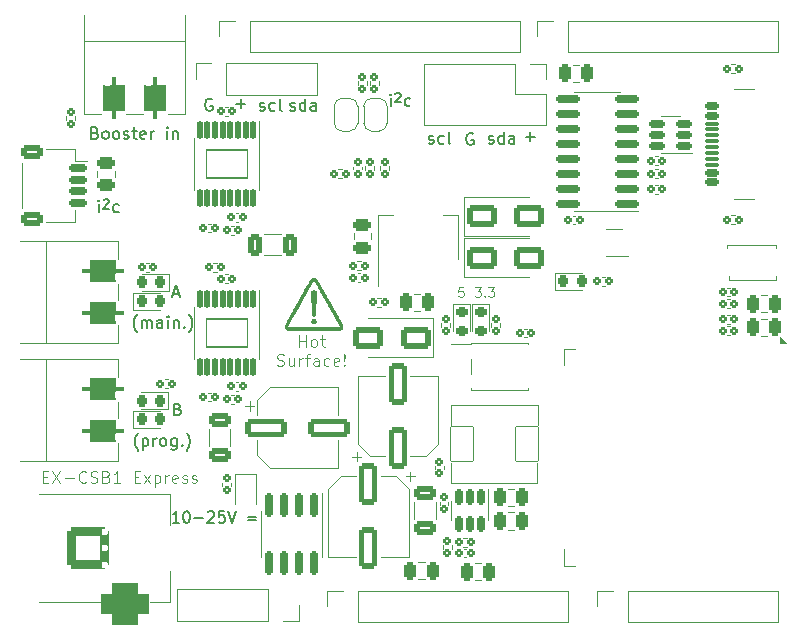
<source format=gbr>
%TF.GenerationSoftware,KiCad,Pcbnew,8.0.5*%
%TF.CreationDate,2024-10-03T19:56:58-04:00*%
%TF.ProjectId,EX-CSB1,45582d43-5342-4312-9e6b-696361645f70,rev?*%
%TF.SameCoordinates,Original*%
%TF.FileFunction,Legend,Top*%
%TF.FilePolarity,Positive*%
%FSLAX46Y46*%
G04 Gerber Fmt 4.6, Leading zero omitted, Abs format (unit mm)*
G04 Created by KiCad (PCBNEW 8.0.5) date 2024-10-03 19:56:58*
%MOMM*%
%LPD*%
G01*
G04 APERTURE LIST*
G04 Aperture macros list*
%AMRoundRect*
0 Rectangle with rounded corners*
0 $1 Rounding radius*
0 $2 $3 $4 $5 $6 $7 $8 $9 X,Y pos of 4 corners*
0 Add a 4 corners polygon primitive as box body*
4,1,4,$2,$3,$4,$5,$6,$7,$8,$9,$2,$3,0*
0 Add four circle primitives for the rounded corners*
1,1,$1+$1,$2,$3*
1,1,$1+$1,$4,$5*
1,1,$1+$1,$6,$7*
1,1,$1+$1,$8,$9*
0 Add four rect primitives between the rounded corners*
20,1,$1+$1,$2,$3,$4,$5,0*
20,1,$1+$1,$4,$5,$6,$7,0*
20,1,$1+$1,$6,$7,$8,$9,0*
20,1,$1+$1,$8,$9,$2,$3,0*%
%AMFreePoly0*
4,1,19,0.500000,-0.750000,0.000000,-0.750000,0.000000,-0.744911,-0.071157,-0.744911,-0.207708,-0.704816,-0.327430,-0.627875,-0.420627,-0.520320,-0.479746,-0.390866,-0.500000,-0.250000,-0.500000,0.250000,-0.479746,0.390866,-0.420627,0.520320,-0.327430,0.627875,-0.207708,0.704816,-0.071157,0.744911,0.000000,0.744911,0.000000,0.750000,0.500000,0.750000,0.500000,-0.750000,0.500000,-0.750000,
$1*%
%AMFreePoly1*
4,1,19,0.000000,0.744911,0.071157,0.744911,0.207708,0.704816,0.327430,0.627875,0.420627,0.520320,0.479746,0.390866,0.500000,0.250000,0.500000,-0.250000,0.479746,-0.390866,0.420627,-0.520320,0.327430,-0.627875,0.207708,-0.704816,0.071157,-0.744911,0.000000,-0.744911,0.000000,-0.750000,-0.500000,-0.750000,-0.500000,0.750000,0.000000,0.750000,0.000000,0.744911,0.000000,0.744911,
$1*%
G04 Aperture macros list end*
%ADD10C,0.100000*%
%ADD11C,0.150000*%
%ADD12C,0.120000*%
%ADD13C,0.000000*%
%ADD14R,1.350000X1.800000*%
%ADD15RoundRect,0.250000X0.475000X-0.250000X0.475000X0.250000X-0.475000X0.250000X-0.475000X-0.250000X0*%
%ADD16RoundRect,0.124000X-0.186000X-0.196000X0.186000X-0.196000X0.186000X0.196000X-0.186000X0.196000X0*%
%ADD17RoundRect,0.124138X-0.175862X-0.195862X0.175862X-0.195862X0.175862X0.195862X-0.175862X0.195862X0*%
%ADD18RoundRect,0.124000X0.186000X0.196000X-0.186000X0.196000X-0.186000X-0.196000X0.186000X-0.196000X0*%
%ADD19RoundRect,0.124000X0.196000X-0.186000X0.196000X0.186000X-0.196000X0.186000X-0.196000X-0.186000X0*%
%ADD20C,3.500000*%
%ADD21R,2.000000X0.640000*%
%ADD22RoundRect,0.124138X0.175862X0.195862X-0.175862X0.195862X-0.175862X-0.195862X0.175862X-0.195862X0*%
%ADD23C,0.600000*%
%ADD24RoundRect,0.720000X-1.080000X0.180000X-1.080000X-0.180000X1.080000X-0.180000X1.080000X0.180000X0*%
%ADD25FreePoly0,90.000000*%
%ADD26FreePoly1,90.000000*%
%ADD27RoundRect,0.250000X-0.250000X-0.475000X0.250000X-0.475000X0.250000X0.475000X-0.250000X0.475000X0*%
%ADD28R,1.700000X1.700000*%
%ADD29O,1.700000X1.700000*%
%ADD30RoundRect,0.218750X-0.218750X-0.256250X0.218750X-0.256250X0.218750X0.256250X-0.218750X0.256250X0*%
%ADD31RoundRect,0.250000X0.250000X0.475000X-0.250000X0.475000X-0.250000X-0.475000X0.250000X-0.475000X0*%
%ADD32RoundRect,0.124138X0.195862X-0.175862X0.195862X0.175862X-0.195862X0.175862X-0.195862X-0.175862X0*%
%ADD33RoundRect,0.124138X-0.195862X0.175862X-0.195862X-0.175862X0.195862X-0.175862X0.195862X0.175862X0*%
%ADD34RoundRect,0.250000X-0.550000X1.500000X-0.550000X-1.500000X0.550000X-1.500000X0.550000X1.500000X0*%
%ADD35C,0.650000*%
%ADD36RoundRect,0.150000X0.425000X-0.150000X0.425000X0.150000X-0.425000X0.150000X-0.425000X-0.150000X0*%
%ADD37RoundRect,0.075000X0.500000X-0.075000X0.500000X0.075000X-0.500000X0.075000X-0.500000X-0.075000X0*%
%ADD38O,2.100000X1.000000*%
%ADD39O,1.800000X1.000000*%
%ADD40RoundRect,0.250000X-0.325000X-0.650000X0.325000X-0.650000X0.325000X0.650000X-0.325000X0.650000X0*%
%ADD41RoundRect,0.150000X-0.150000X0.512500X-0.150000X-0.512500X0.150000X-0.512500X0.150000X0.512500X0*%
%ADD42RoundRect,0.250000X-0.475000X0.250000X-0.475000X-0.250000X0.475000X-0.250000X0.475000X0.250000X0*%
%ADD43R,0.650000X0.400000*%
%ADD44RoundRect,0.720000X0.180000X1.080000X-0.180000X1.080000X-0.180000X-1.080000X0.180000X-1.080000X0*%
%ADD45RoundRect,0.218750X-0.256250X0.218750X-0.256250X-0.218750X0.256250X-0.218750X0.256250X0.218750X0*%
%ADD46RoundRect,0.049200X-1.750800X1.180800X-1.750800X-1.180800X1.750800X-1.180800X1.750800X1.180800X0*%
%ADD47RoundRect,0.110000X-0.110000X0.677500X-0.110000X-0.677500X0.110000X-0.677500X0.110000X0.677500X0*%
%ADD48RoundRect,0.250000X1.000000X0.650000X-1.000000X0.650000X-1.000000X-0.650000X1.000000X-0.650000X0*%
%ADD49RoundRect,0.250000X-0.650000X0.325000X-0.650000X-0.325000X0.650000X-0.325000X0.650000X0.325000X0*%
%ADD50RoundRect,0.218750X0.218750X0.256250X-0.218750X0.256250X-0.218750X-0.256250X0.218750X-0.256250X0*%
%ADD51RoundRect,0.150000X0.825000X0.150000X-0.825000X0.150000X-0.825000X-0.150000X0.825000X-0.150000X0*%
%ADD52RoundRect,0.124000X-0.196000X0.186000X-0.196000X-0.186000X0.196000X-0.186000X0.196000X0.186000X0*%
%ADD53RoundRect,0.250000X-1.500000X-0.550000X1.500000X-0.550000X1.500000X0.550000X-1.500000X0.550000X0*%
%ADD54RoundRect,0.250000X-1.000000X-0.650000X1.000000X-0.650000X1.000000X0.650000X-1.000000X0.650000X0*%
%ADD55RoundRect,0.150000X-0.625000X0.150000X-0.625000X-0.150000X0.625000X-0.150000X0.625000X0.150000X0*%
%ADD56RoundRect,0.250000X-0.650000X0.350000X-0.650000X-0.350000X0.650000X-0.350000X0.650000X0.350000X0*%
%ADD57RoundRect,0.019500X-0.955500X-1.480500X0.955500X-1.480500X0.955500X1.480500X-0.955500X1.480500X0*%
%ADD58R,0.450000X0.600000*%
%ADD59R,1.500000X2.000000*%
%ADD60R,3.800000X2.000000*%
%ADD61R,3.500000X3.500000*%
%ADD62RoundRect,0.350000X-1.400000X-1.400000X1.400000X-1.400000X1.400000X1.400000X-1.400000X1.400000X0*%
%ADD63RoundRect,0.875000X-1.125000X-0.875000X1.125000X-0.875000X1.125000X0.875000X-1.125000X0.875000X0*%
%ADD64RoundRect,0.250000X0.550000X-1.500000X0.550000X1.500000X-0.550000X1.500000X-0.550000X-1.500000X0*%
%ADD65RoundRect,0.150000X-0.150000X0.825000X-0.150000X-0.825000X0.150000X-0.825000X0.150000X0.825000X0*%
%ADD66R,0.900000X1.500000*%
%ADD67R,1.500000X0.900000*%
%ADD68R,0.900000X0.900000*%
%ADD69RoundRect,0.150000X0.512500X0.150000X-0.512500X0.150000X-0.512500X-0.150000X0.512500X-0.150000X0*%
G04 APERTURE END LIST*
D10*
X24122190Y24343525D02*
X24122190Y25343525D01*
X24122190Y24867335D02*
X24693618Y24867335D01*
X24693618Y24343525D02*
X24693618Y25343525D01*
X25312666Y24343525D02*
X25217428Y24391144D01*
X25217428Y24391144D02*
X25169809Y24438764D01*
X25169809Y24438764D02*
X25122190Y24534002D01*
X25122190Y24534002D02*
X25122190Y24819716D01*
X25122190Y24819716D02*
X25169809Y24914954D01*
X25169809Y24914954D02*
X25217428Y24962573D01*
X25217428Y24962573D02*
X25312666Y25010192D01*
X25312666Y25010192D02*
X25455523Y25010192D01*
X25455523Y25010192D02*
X25550761Y24962573D01*
X25550761Y24962573D02*
X25598380Y24914954D01*
X25598380Y24914954D02*
X25645999Y24819716D01*
X25645999Y24819716D02*
X25645999Y24534002D01*
X25645999Y24534002D02*
X25598380Y24438764D01*
X25598380Y24438764D02*
X25550761Y24391144D01*
X25550761Y24391144D02*
X25455523Y24343525D01*
X25455523Y24343525D02*
X25312666Y24343525D01*
X25931714Y25010192D02*
X26312666Y25010192D01*
X26074571Y25343525D02*
X26074571Y24486383D01*
X26074571Y24486383D02*
X26122190Y24391144D01*
X26122190Y24391144D02*
X26217428Y24343525D01*
X26217428Y24343525D02*
X26312666Y24343525D01*
X22265047Y22781200D02*
X22407904Y22733581D01*
X22407904Y22733581D02*
X22645999Y22733581D01*
X22645999Y22733581D02*
X22741237Y22781200D01*
X22741237Y22781200D02*
X22788856Y22828820D01*
X22788856Y22828820D02*
X22836475Y22924058D01*
X22836475Y22924058D02*
X22836475Y23019296D01*
X22836475Y23019296D02*
X22788856Y23114534D01*
X22788856Y23114534D02*
X22741237Y23162153D01*
X22741237Y23162153D02*
X22645999Y23209772D01*
X22645999Y23209772D02*
X22455523Y23257391D01*
X22455523Y23257391D02*
X22360285Y23305010D01*
X22360285Y23305010D02*
X22312666Y23352629D01*
X22312666Y23352629D02*
X22265047Y23447867D01*
X22265047Y23447867D02*
X22265047Y23543105D01*
X22265047Y23543105D02*
X22312666Y23638343D01*
X22312666Y23638343D02*
X22360285Y23685962D01*
X22360285Y23685962D02*
X22455523Y23733581D01*
X22455523Y23733581D02*
X22693618Y23733581D01*
X22693618Y23733581D02*
X22836475Y23685962D01*
X23693618Y23400248D02*
X23693618Y22733581D01*
X23265047Y23400248D02*
X23265047Y22876439D01*
X23265047Y22876439D02*
X23312666Y22781200D01*
X23312666Y22781200D02*
X23407904Y22733581D01*
X23407904Y22733581D02*
X23550761Y22733581D01*
X23550761Y22733581D02*
X23645999Y22781200D01*
X23645999Y22781200D02*
X23693618Y22828820D01*
X24169809Y22733581D02*
X24169809Y23400248D01*
X24169809Y23209772D02*
X24217428Y23305010D01*
X24217428Y23305010D02*
X24265047Y23352629D01*
X24265047Y23352629D02*
X24360285Y23400248D01*
X24360285Y23400248D02*
X24455523Y23400248D01*
X24646000Y23400248D02*
X25026952Y23400248D01*
X24788857Y22733581D02*
X24788857Y23590724D01*
X24788857Y23590724D02*
X24836476Y23685962D01*
X24836476Y23685962D02*
X24931714Y23733581D01*
X24931714Y23733581D02*
X25026952Y23733581D01*
X25788857Y22733581D02*
X25788857Y23257391D01*
X25788857Y23257391D02*
X25741238Y23352629D01*
X25741238Y23352629D02*
X25646000Y23400248D01*
X25646000Y23400248D02*
X25455524Y23400248D01*
X25455524Y23400248D02*
X25360286Y23352629D01*
X25788857Y22781200D02*
X25693619Y22733581D01*
X25693619Y22733581D02*
X25455524Y22733581D01*
X25455524Y22733581D02*
X25360286Y22781200D01*
X25360286Y22781200D02*
X25312667Y22876439D01*
X25312667Y22876439D02*
X25312667Y22971677D01*
X25312667Y22971677D02*
X25360286Y23066915D01*
X25360286Y23066915D02*
X25455524Y23114534D01*
X25455524Y23114534D02*
X25693619Y23114534D01*
X25693619Y23114534D02*
X25788857Y23162153D01*
X26693619Y22781200D02*
X26598381Y22733581D01*
X26598381Y22733581D02*
X26407905Y22733581D01*
X26407905Y22733581D02*
X26312667Y22781200D01*
X26312667Y22781200D02*
X26265048Y22828820D01*
X26265048Y22828820D02*
X26217429Y22924058D01*
X26217429Y22924058D02*
X26217429Y23209772D01*
X26217429Y23209772D02*
X26265048Y23305010D01*
X26265048Y23305010D02*
X26312667Y23352629D01*
X26312667Y23352629D02*
X26407905Y23400248D01*
X26407905Y23400248D02*
X26598381Y23400248D01*
X26598381Y23400248D02*
X26693619Y23352629D01*
X27503143Y22781200D02*
X27407905Y22733581D01*
X27407905Y22733581D02*
X27217429Y22733581D01*
X27217429Y22733581D02*
X27122191Y22781200D01*
X27122191Y22781200D02*
X27074572Y22876439D01*
X27074572Y22876439D02*
X27074572Y23257391D01*
X27074572Y23257391D02*
X27122191Y23352629D01*
X27122191Y23352629D02*
X27217429Y23400248D01*
X27217429Y23400248D02*
X27407905Y23400248D01*
X27407905Y23400248D02*
X27503143Y23352629D01*
X27503143Y23352629D02*
X27550762Y23257391D01*
X27550762Y23257391D02*
X27550762Y23162153D01*
X27550762Y23162153D02*
X27074572Y23066915D01*
X27979334Y22828820D02*
X28026953Y22781200D01*
X28026953Y22781200D02*
X27979334Y22733581D01*
X27979334Y22733581D02*
X27931715Y22781200D01*
X27931715Y22781200D02*
X27979334Y22828820D01*
X27979334Y22828820D02*
X27979334Y22733581D01*
X27979334Y23114534D02*
X27931715Y23685962D01*
X27931715Y23685962D02*
X27979334Y23733581D01*
X27979334Y23733581D02*
X28026953Y23685962D01*
X28026953Y23685962D02*
X27979334Y23114534D01*
X27979334Y23114534D02*
X27979334Y23733581D01*
X33181666Y13386315D02*
X33943571Y13386315D01*
X33562618Y13005362D02*
X33562618Y13767267D01*
D11*
X16761904Y45297562D02*
X16666666Y45345181D01*
X16666666Y45345181D02*
X16523809Y45345181D01*
X16523809Y45345181D02*
X16380952Y45297562D01*
X16380952Y45297562D02*
X16285714Y45202324D01*
X16285714Y45202324D02*
X16238095Y45107086D01*
X16238095Y45107086D02*
X16190476Y44916610D01*
X16190476Y44916610D02*
X16190476Y44773753D01*
X16190476Y44773753D02*
X16238095Y44583277D01*
X16238095Y44583277D02*
X16285714Y44488039D01*
X16285714Y44488039D02*
X16380952Y44392800D01*
X16380952Y44392800D02*
X16523809Y44345181D01*
X16523809Y44345181D02*
X16619047Y44345181D01*
X16619047Y44345181D02*
X16761904Y44392800D01*
X16761904Y44392800D02*
X16809523Y44440420D01*
X16809523Y44440420D02*
X16809523Y44773753D01*
X16809523Y44773753D02*
X16619047Y44773753D01*
D10*
X28628884Y15058534D02*
X29390789Y15058534D01*
X29009836Y14677581D02*
X29009836Y15439486D01*
X38026017Y29376505D02*
X37645065Y29376505D01*
X37645065Y29376505D02*
X37606969Y28995553D01*
X37606969Y28995553D02*
X37645065Y29033648D01*
X37645065Y29033648D02*
X37721255Y29071743D01*
X37721255Y29071743D02*
X37911731Y29071743D01*
X37911731Y29071743D02*
X37987922Y29033648D01*
X37987922Y29033648D02*
X38026017Y28995553D01*
X38026017Y28995553D02*
X38064112Y28919362D01*
X38064112Y28919362D02*
X38064112Y28728886D01*
X38064112Y28728886D02*
X38026017Y28652696D01*
X38026017Y28652696D02*
X37987922Y28614600D01*
X37987922Y28614600D02*
X37911731Y28576505D01*
X37911731Y28576505D02*
X37721255Y28576505D01*
X37721255Y28576505D02*
X37645065Y28614600D01*
X37645065Y28614600D02*
X37606969Y28652696D01*
D11*
X38861904Y42397562D02*
X38766666Y42445181D01*
X38766666Y42445181D02*
X38623809Y42445181D01*
X38623809Y42445181D02*
X38480952Y42397562D01*
X38480952Y42397562D02*
X38385714Y42302324D01*
X38385714Y42302324D02*
X38338095Y42207086D01*
X38338095Y42207086D02*
X38290476Y42016610D01*
X38290476Y42016610D02*
X38290476Y41873753D01*
X38290476Y41873753D02*
X38338095Y41683277D01*
X38338095Y41683277D02*
X38385714Y41588039D01*
X38385714Y41588039D02*
X38480952Y41492800D01*
X38480952Y41492800D02*
X38623809Y41445181D01*
X38623809Y41445181D02*
X38719047Y41445181D01*
X38719047Y41445181D02*
X38861904Y41492800D01*
X38861904Y41492800D02*
X38909523Y41540420D01*
X38909523Y41540420D02*
X38909523Y41873753D01*
X38909523Y41873753D02*
X38719047Y41873753D01*
X13489160Y28830896D02*
X13965350Y28830896D01*
X13393922Y28545181D02*
X13727255Y29545181D01*
X13727255Y29545181D02*
X14060588Y28545181D01*
X18819048Y44926134D02*
X19580953Y44926134D01*
X19200000Y44545181D02*
X19200000Y45307086D01*
X7190476Y35745181D02*
X7190476Y36411848D01*
X7190476Y36745181D02*
X7142857Y36697562D01*
X7142857Y36697562D02*
X7190476Y36649943D01*
X7190476Y36649943D02*
X7238095Y36697562D01*
X7238095Y36697562D02*
X7190476Y36745181D01*
X7190476Y36745181D02*
X7190476Y36649943D01*
X7580951Y36758515D02*
X7619047Y36796610D01*
X7619047Y36796610D02*
X7695237Y36834705D01*
X7695237Y36834705D02*
X7885713Y36834705D01*
X7885713Y36834705D02*
X7961904Y36796610D01*
X7961904Y36796610D02*
X7999999Y36758515D01*
X7999999Y36758515D02*
X8038094Y36682324D01*
X8038094Y36682324D02*
X8038094Y36606134D01*
X8038094Y36606134D02*
X7999999Y36491848D01*
X7999999Y36491848D02*
X7542856Y36034705D01*
X7542856Y36034705D02*
X8038094Y36034705D01*
X8857142Y35792800D02*
X8761904Y35745181D01*
X8761904Y35745181D02*
X8571428Y35745181D01*
X8571428Y35745181D02*
X8476190Y35792800D01*
X8476190Y35792800D02*
X8428571Y35840420D01*
X8428571Y35840420D02*
X8380952Y35935658D01*
X8380952Y35935658D02*
X8380952Y36221372D01*
X8380952Y36221372D02*
X8428571Y36316610D01*
X8428571Y36316610D02*
X8476190Y36364229D01*
X8476190Y36364229D02*
X8571428Y36411848D01*
X8571428Y36411848D02*
X8761904Y36411848D01*
X8761904Y36411848D02*
X8857142Y36364229D01*
X20795238Y44392800D02*
X20890476Y44345181D01*
X20890476Y44345181D02*
X21080952Y44345181D01*
X21080952Y44345181D02*
X21176190Y44392800D01*
X21176190Y44392800D02*
X21223809Y44488039D01*
X21223809Y44488039D02*
X21223809Y44535658D01*
X21223809Y44535658D02*
X21176190Y44630896D01*
X21176190Y44630896D02*
X21080952Y44678515D01*
X21080952Y44678515D02*
X20938095Y44678515D01*
X20938095Y44678515D02*
X20842857Y44726134D01*
X20842857Y44726134D02*
X20795238Y44821372D01*
X20795238Y44821372D02*
X20795238Y44868991D01*
X20795238Y44868991D02*
X20842857Y44964229D01*
X20842857Y44964229D02*
X20938095Y45011848D01*
X20938095Y45011848D02*
X21080952Y45011848D01*
X21080952Y45011848D02*
X21176190Y44964229D01*
X22080952Y44392800D02*
X21985714Y44345181D01*
X21985714Y44345181D02*
X21795238Y44345181D01*
X21795238Y44345181D02*
X21700000Y44392800D01*
X21700000Y44392800D02*
X21652381Y44440420D01*
X21652381Y44440420D02*
X21604762Y44535658D01*
X21604762Y44535658D02*
X21604762Y44821372D01*
X21604762Y44821372D02*
X21652381Y44916610D01*
X21652381Y44916610D02*
X21700000Y44964229D01*
X21700000Y44964229D02*
X21795238Y45011848D01*
X21795238Y45011848D02*
X21985714Y45011848D01*
X21985714Y45011848D02*
X22080952Y44964229D01*
X22652381Y44345181D02*
X22557143Y44392800D01*
X22557143Y44392800D02*
X22509524Y44488039D01*
X22509524Y44488039D02*
X22509524Y45345181D01*
X23380952Y44392800D02*
X23476190Y44345181D01*
X23476190Y44345181D02*
X23666666Y44345181D01*
X23666666Y44345181D02*
X23761904Y44392800D01*
X23761904Y44392800D02*
X23809523Y44488039D01*
X23809523Y44488039D02*
X23809523Y44535658D01*
X23809523Y44535658D02*
X23761904Y44630896D01*
X23761904Y44630896D02*
X23666666Y44678515D01*
X23666666Y44678515D02*
X23523809Y44678515D01*
X23523809Y44678515D02*
X23428571Y44726134D01*
X23428571Y44726134D02*
X23380952Y44821372D01*
X23380952Y44821372D02*
X23380952Y44868991D01*
X23380952Y44868991D02*
X23428571Y44964229D01*
X23428571Y44964229D02*
X23523809Y45011848D01*
X23523809Y45011848D02*
X23666666Y45011848D01*
X23666666Y45011848D02*
X23761904Y44964229D01*
X24666666Y44345181D02*
X24666666Y45345181D01*
X24666666Y44392800D02*
X24571428Y44345181D01*
X24571428Y44345181D02*
X24380952Y44345181D01*
X24380952Y44345181D02*
X24285714Y44392800D01*
X24285714Y44392800D02*
X24238095Y44440420D01*
X24238095Y44440420D02*
X24190476Y44535658D01*
X24190476Y44535658D02*
X24190476Y44821372D01*
X24190476Y44821372D02*
X24238095Y44916610D01*
X24238095Y44916610D02*
X24285714Y44964229D01*
X24285714Y44964229D02*
X24380952Y45011848D01*
X24380952Y45011848D02*
X24571428Y45011848D01*
X24571428Y45011848D02*
X24666666Y44964229D01*
X25571428Y44345181D02*
X25571428Y44868991D01*
X25571428Y44868991D02*
X25523809Y44964229D01*
X25523809Y44964229D02*
X25428571Y45011848D01*
X25428571Y45011848D02*
X25238095Y45011848D01*
X25238095Y45011848D02*
X25142857Y44964229D01*
X25571428Y44392800D02*
X25476190Y44345181D01*
X25476190Y44345181D02*
X25238095Y44345181D01*
X25238095Y44345181D02*
X25142857Y44392800D01*
X25142857Y44392800D02*
X25095238Y44488039D01*
X25095238Y44488039D02*
X25095238Y44583277D01*
X25095238Y44583277D02*
X25142857Y44678515D01*
X25142857Y44678515D02*
X25238095Y44726134D01*
X25238095Y44726134D02*
X25476190Y44726134D01*
X25476190Y44726134D02*
X25571428Y44773753D01*
X10522493Y15564229D02*
X10474874Y15611848D01*
X10474874Y15611848D02*
X10379636Y15754705D01*
X10379636Y15754705D02*
X10332017Y15849943D01*
X10332017Y15849943D02*
X10284398Y15992800D01*
X10284398Y15992800D02*
X10236779Y16230896D01*
X10236779Y16230896D02*
X10236779Y16421372D01*
X10236779Y16421372D02*
X10284398Y16659467D01*
X10284398Y16659467D02*
X10332017Y16802324D01*
X10332017Y16802324D02*
X10379636Y16897562D01*
X10379636Y16897562D02*
X10474874Y17040420D01*
X10474874Y17040420D02*
X10522493Y17088039D01*
X10903446Y16611848D02*
X10903446Y15611848D01*
X10903446Y16564229D02*
X10998684Y16611848D01*
X10998684Y16611848D02*
X11189160Y16611848D01*
X11189160Y16611848D02*
X11284398Y16564229D01*
X11284398Y16564229D02*
X11332017Y16516610D01*
X11332017Y16516610D02*
X11379636Y16421372D01*
X11379636Y16421372D02*
X11379636Y16135658D01*
X11379636Y16135658D02*
X11332017Y16040420D01*
X11332017Y16040420D02*
X11284398Y15992800D01*
X11284398Y15992800D02*
X11189160Y15945181D01*
X11189160Y15945181D02*
X10998684Y15945181D01*
X10998684Y15945181D02*
X10903446Y15992800D01*
X11808208Y15945181D02*
X11808208Y16611848D01*
X11808208Y16421372D02*
X11855827Y16516610D01*
X11855827Y16516610D02*
X11903446Y16564229D01*
X11903446Y16564229D02*
X11998684Y16611848D01*
X11998684Y16611848D02*
X12093922Y16611848D01*
X12570113Y15945181D02*
X12474875Y15992800D01*
X12474875Y15992800D02*
X12427256Y16040420D01*
X12427256Y16040420D02*
X12379637Y16135658D01*
X12379637Y16135658D02*
X12379637Y16421372D01*
X12379637Y16421372D02*
X12427256Y16516610D01*
X12427256Y16516610D02*
X12474875Y16564229D01*
X12474875Y16564229D02*
X12570113Y16611848D01*
X12570113Y16611848D02*
X12712970Y16611848D01*
X12712970Y16611848D02*
X12808208Y16564229D01*
X12808208Y16564229D02*
X12855827Y16516610D01*
X12855827Y16516610D02*
X12903446Y16421372D01*
X12903446Y16421372D02*
X12903446Y16135658D01*
X12903446Y16135658D02*
X12855827Y16040420D01*
X12855827Y16040420D02*
X12808208Y15992800D01*
X12808208Y15992800D02*
X12712970Y15945181D01*
X12712970Y15945181D02*
X12570113Y15945181D01*
X13760589Y16611848D02*
X13760589Y15802324D01*
X13760589Y15802324D02*
X13712970Y15707086D01*
X13712970Y15707086D02*
X13665351Y15659467D01*
X13665351Y15659467D02*
X13570113Y15611848D01*
X13570113Y15611848D02*
X13427256Y15611848D01*
X13427256Y15611848D02*
X13332018Y15659467D01*
X13760589Y15992800D02*
X13665351Y15945181D01*
X13665351Y15945181D02*
X13474875Y15945181D01*
X13474875Y15945181D02*
X13379637Y15992800D01*
X13379637Y15992800D02*
X13332018Y16040420D01*
X13332018Y16040420D02*
X13284399Y16135658D01*
X13284399Y16135658D02*
X13284399Y16421372D01*
X13284399Y16421372D02*
X13332018Y16516610D01*
X13332018Y16516610D02*
X13379637Y16564229D01*
X13379637Y16564229D02*
X13474875Y16611848D01*
X13474875Y16611848D02*
X13665351Y16611848D01*
X13665351Y16611848D02*
X13760589Y16564229D01*
X14236780Y16040420D02*
X14284399Y15992800D01*
X14284399Y15992800D02*
X14236780Y15945181D01*
X14236780Y15945181D02*
X14189161Y15992800D01*
X14189161Y15992800D02*
X14236780Y16040420D01*
X14236780Y16040420D02*
X14236780Y15945181D01*
X14617732Y15564229D02*
X14665351Y15611848D01*
X14665351Y15611848D02*
X14760589Y15754705D01*
X14760589Y15754705D02*
X14808208Y15849943D01*
X14808208Y15849943D02*
X14855827Y15992800D01*
X14855827Y15992800D02*
X14903446Y16230896D01*
X14903446Y16230896D02*
X14903446Y16421372D01*
X14903446Y16421372D02*
X14855827Y16659467D01*
X14855827Y16659467D02*
X14808208Y16802324D01*
X14808208Y16802324D02*
X14760589Y16897562D01*
X14760589Y16897562D02*
X14665351Y17040420D01*
X14665351Y17040420D02*
X14617732Y17088039D01*
D10*
X39016674Y29376505D02*
X39511912Y29376505D01*
X39511912Y29376505D02*
X39245246Y29071743D01*
X39245246Y29071743D02*
X39359531Y29071743D01*
X39359531Y29071743D02*
X39435722Y29033648D01*
X39435722Y29033648D02*
X39473817Y28995553D01*
X39473817Y28995553D02*
X39511912Y28919362D01*
X39511912Y28919362D02*
X39511912Y28728886D01*
X39511912Y28728886D02*
X39473817Y28652696D01*
X39473817Y28652696D02*
X39435722Y28614600D01*
X39435722Y28614600D02*
X39359531Y28576505D01*
X39359531Y28576505D02*
X39130960Y28576505D01*
X39130960Y28576505D02*
X39054769Y28614600D01*
X39054769Y28614600D02*
X39016674Y28652696D01*
X39854770Y28652696D02*
X39892865Y28614600D01*
X39892865Y28614600D02*
X39854770Y28576505D01*
X39854770Y28576505D02*
X39816674Y28614600D01*
X39816674Y28614600D02*
X39854770Y28652696D01*
X39854770Y28652696D02*
X39854770Y28576505D01*
X40159531Y29376505D02*
X40654769Y29376505D01*
X40654769Y29376505D02*
X40388103Y29071743D01*
X40388103Y29071743D02*
X40502388Y29071743D01*
X40502388Y29071743D02*
X40578579Y29033648D01*
X40578579Y29033648D02*
X40616674Y28995553D01*
X40616674Y28995553D02*
X40654769Y28919362D01*
X40654769Y28919362D02*
X40654769Y28728886D01*
X40654769Y28728886D02*
X40616674Y28652696D01*
X40616674Y28652696D02*
X40578579Y28614600D01*
X40578579Y28614600D02*
X40502388Y28576505D01*
X40502388Y28576505D02*
X40273817Y28576505D01*
X40273817Y28576505D02*
X40197626Y28614600D01*
X40197626Y28614600D02*
X40159531Y28652696D01*
D11*
X6866666Y42468991D02*
X7009523Y42421372D01*
X7009523Y42421372D02*
X7057142Y42373753D01*
X7057142Y42373753D02*
X7104761Y42278515D01*
X7104761Y42278515D02*
X7104761Y42135658D01*
X7104761Y42135658D02*
X7057142Y42040420D01*
X7057142Y42040420D02*
X7009523Y41992800D01*
X7009523Y41992800D02*
X6914285Y41945181D01*
X6914285Y41945181D02*
X6533333Y41945181D01*
X6533333Y41945181D02*
X6533333Y42945181D01*
X6533333Y42945181D02*
X6866666Y42945181D01*
X6866666Y42945181D02*
X6961904Y42897562D01*
X6961904Y42897562D02*
X7009523Y42849943D01*
X7009523Y42849943D02*
X7057142Y42754705D01*
X7057142Y42754705D02*
X7057142Y42659467D01*
X7057142Y42659467D02*
X7009523Y42564229D01*
X7009523Y42564229D02*
X6961904Y42516610D01*
X6961904Y42516610D02*
X6866666Y42468991D01*
X6866666Y42468991D02*
X6533333Y42468991D01*
X7676190Y41945181D02*
X7580952Y41992800D01*
X7580952Y41992800D02*
X7533333Y42040420D01*
X7533333Y42040420D02*
X7485714Y42135658D01*
X7485714Y42135658D02*
X7485714Y42421372D01*
X7485714Y42421372D02*
X7533333Y42516610D01*
X7533333Y42516610D02*
X7580952Y42564229D01*
X7580952Y42564229D02*
X7676190Y42611848D01*
X7676190Y42611848D02*
X7819047Y42611848D01*
X7819047Y42611848D02*
X7914285Y42564229D01*
X7914285Y42564229D02*
X7961904Y42516610D01*
X7961904Y42516610D02*
X8009523Y42421372D01*
X8009523Y42421372D02*
X8009523Y42135658D01*
X8009523Y42135658D02*
X7961904Y42040420D01*
X7961904Y42040420D02*
X7914285Y41992800D01*
X7914285Y41992800D02*
X7819047Y41945181D01*
X7819047Y41945181D02*
X7676190Y41945181D01*
X8580952Y41945181D02*
X8485714Y41992800D01*
X8485714Y41992800D02*
X8438095Y42040420D01*
X8438095Y42040420D02*
X8390476Y42135658D01*
X8390476Y42135658D02*
X8390476Y42421372D01*
X8390476Y42421372D02*
X8438095Y42516610D01*
X8438095Y42516610D02*
X8485714Y42564229D01*
X8485714Y42564229D02*
X8580952Y42611848D01*
X8580952Y42611848D02*
X8723809Y42611848D01*
X8723809Y42611848D02*
X8819047Y42564229D01*
X8819047Y42564229D02*
X8866666Y42516610D01*
X8866666Y42516610D02*
X8914285Y42421372D01*
X8914285Y42421372D02*
X8914285Y42135658D01*
X8914285Y42135658D02*
X8866666Y42040420D01*
X8866666Y42040420D02*
X8819047Y41992800D01*
X8819047Y41992800D02*
X8723809Y41945181D01*
X8723809Y41945181D02*
X8580952Y41945181D01*
X9295238Y41992800D02*
X9390476Y41945181D01*
X9390476Y41945181D02*
X9580952Y41945181D01*
X9580952Y41945181D02*
X9676190Y41992800D01*
X9676190Y41992800D02*
X9723809Y42088039D01*
X9723809Y42088039D02*
X9723809Y42135658D01*
X9723809Y42135658D02*
X9676190Y42230896D01*
X9676190Y42230896D02*
X9580952Y42278515D01*
X9580952Y42278515D02*
X9438095Y42278515D01*
X9438095Y42278515D02*
X9342857Y42326134D01*
X9342857Y42326134D02*
X9295238Y42421372D01*
X9295238Y42421372D02*
X9295238Y42468991D01*
X9295238Y42468991D02*
X9342857Y42564229D01*
X9342857Y42564229D02*
X9438095Y42611848D01*
X9438095Y42611848D02*
X9580952Y42611848D01*
X9580952Y42611848D02*
X9676190Y42564229D01*
X10009524Y42611848D02*
X10390476Y42611848D01*
X10152381Y42945181D02*
X10152381Y42088039D01*
X10152381Y42088039D02*
X10200000Y41992800D01*
X10200000Y41992800D02*
X10295238Y41945181D01*
X10295238Y41945181D02*
X10390476Y41945181D01*
X11104762Y41992800D02*
X11009524Y41945181D01*
X11009524Y41945181D02*
X10819048Y41945181D01*
X10819048Y41945181D02*
X10723810Y41992800D01*
X10723810Y41992800D02*
X10676191Y42088039D01*
X10676191Y42088039D02*
X10676191Y42468991D01*
X10676191Y42468991D02*
X10723810Y42564229D01*
X10723810Y42564229D02*
X10819048Y42611848D01*
X10819048Y42611848D02*
X11009524Y42611848D01*
X11009524Y42611848D02*
X11104762Y42564229D01*
X11104762Y42564229D02*
X11152381Y42468991D01*
X11152381Y42468991D02*
X11152381Y42373753D01*
X11152381Y42373753D02*
X10676191Y42278515D01*
X11580953Y41945181D02*
X11580953Y42611848D01*
X11580953Y42421372D02*
X11628572Y42516610D01*
X11628572Y42516610D02*
X11676191Y42564229D01*
X11676191Y42564229D02*
X11771429Y42611848D01*
X11771429Y42611848D02*
X11866667Y42611848D01*
X12961906Y41945181D02*
X12961906Y42611848D01*
X12961906Y42945181D02*
X12914287Y42897562D01*
X12914287Y42897562D02*
X12961906Y42849943D01*
X12961906Y42849943D02*
X13009525Y42897562D01*
X13009525Y42897562D02*
X12961906Y42945181D01*
X12961906Y42945181D02*
X12961906Y42849943D01*
X13438096Y42611848D02*
X13438096Y41945181D01*
X13438096Y42516610D02*
X13485715Y42564229D01*
X13485715Y42564229D02*
X13580953Y42611848D01*
X13580953Y42611848D02*
X13723810Y42611848D01*
X13723810Y42611848D02*
X13819048Y42564229D01*
X13819048Y42564229D02*
X13866667Y42468991D01*
X13866667Y42468991D02*
X13866667Y41945181D01*
X40180952Y41592800D02*
X40276190Y41545181D01*
X40276190Y41545181D02*
X40466666Y41545181D01*
X40466666Y41545181D02*
X40561904Y41592800D01*
X40561904Y41592800D02*
X40609523Y41688039D01*
X40609523Y41688039D02*
X40609523Y41735658D01*
X40609523Y41735658D02*
X40561904Y41830896D01*
X40561904Y41830896D02*
X40466666Y41878515D01*
X40466666Y41878515D02*
X40323809Y41878515D01*
X40323809Y41878515D02*
X40228571Y41926134D01*
X40228571Y41926134D02*
X40180952Y42021372D01*
X40180952Y42021372D02*
X40180952Y42068991D01*
X40180952Y42068991D02*
X40228571Y42164229D01*
X40228571Y42164229D02*
X40323809Y42211848D01*
X40323809Y42211848D02*
X40466666Y42211848D01*
X40466666Y42211848D02*
X40561904Y42164229D01*
X41466666Y41545181D02*
X41466666Y42545181D01*
X41466666Y41592800D02*
X41371428Y41545181D01*
X41371428Y41545181D02*
X41180952Y41545181D01*
X41180952Y41545181D02*
X41085714Y41592800D01*
X41085714Y41592800D02*
X41038095Y41640420D01*
X41038095Y41640420D02*
X40990476Y41735658D01*
X40990476Y41735658D02*
X40990476Y42021372D01*
X40990476Y42021372D02*
X41038095Y42116610D01*
X41038095Y42116610D02*
X41085714Y42164229D01*
X41085714Y42164229D02*
X41180952Y42211848D01*
X41180952Y42211848D02*
X41371428Y42211848D01*
X41371428Y42211848D02*
X41466666Y42164229D01*
X42371428Y41545181D02*
X42371428Y42068991D01*
X42371428Y42068991D02*
X42323809Y42164229D01*
X42323809Y42164229D02*
X42228571Y42211848D01*
X42228571Y42211848D02*
X42038095Y42211848D01*
X42038095Y42211848D02*
X41942857Y42164229D01*
X42371428Y41592800D02*
X42276190Y41545181D01*
X42276190Y41545181D02*
X42038095Y41545181D01*
X42038095Y41545181D02*
X41942857Y41592800D01*
X41942857Y41592800D02*
X41895238Y41688039D01*
X41895238Y41688039D02*
X41895238Y41783277D01*
X41895238Y41783277D02*
X41942857Y41878515D01*
X41942857Y41878515D02*
X42038095Y41926134D01*
X42038095Y41926134D02*
X42276190Y41926134D01*
X42276190Y41926134D02*
X42371428Y41973753D01*
X43319048Y42126134D02*
X44080953Y42126134D01*
X43700000Y41745181D02*
X43700000Y42507086D01*
X10422493Y25564229D02*
X10374874Y25611848D01*
X10374874Y25611848D02*
X10279636Y25754705D01*
X10279636Y25754705D02*
X10232017Y25849943D01*
X10232017Y25849943D02*
X10184398Y25992800D01*
X10184398Y25992800D02*
X10136779Y26230896D01*
X10136779Y26230896D02*
X10136779Y26421372D01*
X10136779Y26421372D02*
X10184398Y26659467D01*
X10184398Y26659467D02*
X10232017Y26802324D01*
X10232017Y26802324D02*
X10279636Y26897562D01*
X10279636Y26897562D02*
X10374874Y27040420D01*
X10374874Y27040420D02*
X10422493Y27088039D01*
X10803446Y25945181D02*
X10803446Y26611848D01*
X10803446Y26516610D02*
X10851065Y26564229D01*
X10851065Y26564229D02*
X10946303Y26611848D01*
X10946303Y26611848D02*
X11089160Y26611848D01*
X11089160Y26611848D02*
X11184398Y26564229D01*
X11184398Y26564229D02*
X11232017Y26468991D01*
X11232017Y26468991D02*
X11232017Y25945181D01*
X11232017Y26468991D02*
X11279636Y26564229D01*
X11279636Y26564229D02*
X11374874Y26611848D01*
X11374874Y26611848D02*
X11517731Y26611848D01*
X11517731Y26611848D02*
X11612970Y26564229D01*
X11612970Y26564229D02*
X11660589Y26468991D01*
X11660589Y26468991D02*
X11660589Y25945181D01*
X12565350Y25945181D02*
X12565350Y26468991D01*
X12565350Y26468991D02*
X12517731Y26564229D01*
X12517731Y26564229D02*
X12422493Y26611848D01*
X12422493Y26611848D02*
X12232017Y26611848D01*
X12232017Y26611848D02*
X12136779Y26564229D01*
X12565350Y25992800D02*
X12470112Y25945181D01*
X12470112Y25945181D02*
X12232017Y25945181D01*
X12232017Y25945181D02*
X12136779Y25992800D01*
X12136779Y25992800D02*
X12089160Y26088039D01*
X12089160Y26088039D02*
X12089160Y26183277D01*
X12089160Y26183277D02*
X12136779Y26278515D01*
X12136779Y26278515D02*
X12232017Y26326134D01*
X12232017Y26326134D02*
X12470112Y26326134D01*
X12470112Y26326134D02*
X12565350Y26373753D01*
X13041541Y25945181D02*
X13041541Y26611848D01*
X13041541Y26945181D02*
X12993922Y26897562D01*
X12993922Y26897562D02*
X13041541Y26849943D01*
X13041541Y26849943D02*
X13089160Y26897562D01*
X13089160Y26897562D02*
X13041541Y26945181D01*
X13041541Y26945181D02*
X13041541Y26849943D01*
X13517731Y26611848D02*
X13517731Y25945181D01*
X13517731Y26516610D02*
X13565350Y26564229D01*
X13565350Y26564229D02*
X13660588Y26611848D01*
X13660588Y26611848D02*
X13803445Y26611848D01*
X13803445Y26611848D02*
X13898683Y26564229D01*
X13898683Y26564229D02*
X13946302Y26468991D01*
X13946302Y26468991D02*
X13946302Y25945181D01*
X14422493Y26040420D02*
X14470112Y25992800D01*
X14470112Y25992800D02*
X14422493Y25945181D01*
X14422493Y25945181D02*
X14374874Y25992800D01*
X14374874Y25992800D02*
X14422493Y26040420D01*
X14422493Y26040420D02*
X14422493Y25945181D01*
X14803445Y25564229D02*
X14851064Y25611848D01*
X14851064Y25611848D02*
X14946302Y25754705D01*
X14946302Y25754705D02*
X14993921Y25849943D01*
X14993921Y25849943D02*
X15041540Y25992800D01*
X15041540Y25992800D02*
X15089159Y26230896D01*
X15089159Y26230896D02*
X15089159Y26421372D01*
X15089159Y26421372D02*
X15041540Y26659467D01*
X15041540Y26659467D02*
X14993921Y26802324D01*
X14993921Y26802324D02*
X14946302Y26897562D01*
X14946302Y26897562D02*
X14851064Y27040420D01*
X14851064Y27040420D02*
X14803445Y27088039D01*
X13870112Y19068991D02*
X14012969Y19021372D01*
X14012969Y19021372D02*
X14060588Y18973753D01*
X14060588Y18973753D02*
X14108207Y18878515D01*
X14108207Y18878515D02*
X14108207Y18735658D01*
X14108207Y18735658D02*
X14060588Y18640420D01*
X14060588Y18640420D02*
X14012969Y18592800D01*
X14012969Y18592800D02*
X13917731Y18545181D01*
X13917731Y18545181D02*
X13536779Y18545181D01*
X13536779Y18545181D02*
X13536779Y19545181D01*
X13536779Y19545181D02*
X13870112Y19545181D01*
X13870112Y19545181D02*
X13965350Y19497562D01*
X13965350Y19497562D02*
X14012969Y19449943D01*
X14012969Y19449943D02*
X14060588Y19354705D01*
X14060588Y19354705D02*
X14060588Y19259467D01*
X14060588Y19259467D02*
X14012969Y19164229D01*
X14012969Y19164229D02*
X13965350Y19116610D01*
X13965350Y19116610D02*
X13870112Y19068991D01*
X13870112Y19068991D02*
X13536779Y19068991D01*
X31890476Y44745181D02*
X31890476Y45411848D01*
X31890476Y45745181D02*
X31842857Y45697562D01*
X31842857Y45697562D02*
X31890476Y45649943D01*
X31890476Y45649943D02*
X31938095Y45697562D01*
X31938095Y45697562D02*
X31890476Y45745181D01*
X31890476Y45745181D02*
X31890476Y45649943D01*
X32280951Y45758515D02*
X32319047Y45796610D01*
X32319047Y45796610D02*
X32395237Y45834705D01*
X32395237Y45834705D02*
X32585713Y45834705D01*
X32585713Y45834705D02*
X32661904Y45796610D01*
X32661904Y45796610D02*
X32699999Y45758515D01*
X32699999Y45758515D02*
X32738094Y45682324D01*
X32738094Y45682324D02*
X32738094Y45606134D01*
X32738094Y45606134D02*
X32699999Y45491848D01*
X32699999Y45491848D02*
X32242856Y45034705D01*
X32242856Y45034705D02*
X32738094Y45034705D01*
X33557142Y44792800D02*
X33461904Y44745181D01*
X33461904Y44745181D02*
X33271428Y44745181D01*
X33271428Y44745181D02*
X33176190Y44792800D01*
X33176190Y44792800D02*
X33128571Y44840420D01*
X33128571Y44840420D02*
X33080952Y44935658D01*
X33080952Y44935658D02*
X33080952Y45221372D01*
X33080952Y45221372D02*
X33128571Y45316610D01*
X33128571Y45316610D02*
X33176190Y45364229D01*
X33176190Y45364229D02*
X33271428Y45411848D01*
X33271428Y45411848D02*
X33461904Y45411848D01*
X33461904Y45411848D02*
X33557142Y45364229D01*
X35095238Y41592800D02*
X35190476Y41545181D01*
X35190476Y41545181D02*
X35380952Y41545181D01*
X35380952Y41545181D02*
X35476190Y41592800D01*
X35476190Y41592800D02*
X35523809Y41688039D01*
X35523809Y41688039D02*
X35523809Y41735658D01*
X35523809Y41735658D02*
X35476190Y41830896D01*
X35476190Y41830896D02*
X35380952Y41878515D01*
X35380952Y41878515D02*
X35238095Y41878515D01*
X35238095Y41878515D02*
X35142857Y41926134D01*
X35142857Y41926134D02*
X35095238Y42021372D01*
X35095238Y42021372D02*
X35095238Y42068991D01*
X35095238Y42068991D02*
X35142857Y42164229D01*
X35142857Y42164229D02*
X35238095Y42211848D01*
X35238095Y42211848D02*
X35380952Y42211848D01*
X35380952Y42211848D02*
X35476190Y42164229D01*
X36380952Y41592800D02*
X36285714Y41545181D01*
X36285714Y41545181D02*
X36095238Y41545181D01*
X36095238Y41545181D02*
X36000000Y41592800D01*
X36000000Y41592800D02*
X35952381Y41640420D01*
X35952381Y41640420D02*
X35904762Y41735658D01*
X35904762Y41735658D02*
X35904762Y42021372D01*
X35904762Y42021372D02*
X35952381Y42116610D01*
X35952381Y42116610D02*
X36000000Y42164229D01*
X36000000Y42164229D02*
X36095238Y42211848D01*
X36095238Y42211848D02*
X36285714Y42211848D01*
X36285714Y42211848D02*
X36380952Y42164229D01*
X36952381Y41545181D02*
X36857143Y41592800D01*
X36857143Y41592800D02*
X36809524Y41688039D01*
X36809524Y41688039D02*
X36809524Y42545181D01*
X13969047Y9445181D02*
X13426190Y9445181D01*
X13697618Y9445181D02*
X13697618Y10445181D01*
X13697618Y10445181D02*
X13607142Y10302324D01*
X13607142Y10302324D02*
X13516666Y10207086D01*
X13516666Y10207086D02*
X13426190Y10159467D01*
X14557142Y10445181D02*
X14647619Y10445181D01*
X14647619Y10445181D02*
X14738095Y10397562D01*
X14738095Y10397562D02*
X14783333Y10349943D01*
X14783333Y10349943D02*
X14828571Y10254705D01*
X14828571Y10254705D02*
X14873809Y10064229D01*
X14873809Y10064229D02*
X14873809Y9826134D01*
X14873809Y9826134D02*
X14828571Y9635658D01*
X14828571Y9635658D02*
X14783333Y9540420D01*
X14783333Y9540420D02*
X14738095Y9492800D01*
X14738095Y9492800D02*
X14647619Y9445181D01*
X14647619Y9445181D02*
X14557142Y9445181D01*
X14557142Y9445181D02*
X14466666Y9492800D01*
X14466666Y9492800D02*
X14421428Y9540420D01*
X14421428Y9540420D02*
X14376190Y9635658D01*
X14376190Y9635658D02*
X14330952Y9826134D01*
X14330952Y9826134D02*
X14330952Y10064229D01*
X14330952Y10064229D02*
X14376190Y10254705D01*
X14376190Y10254705D02*
X14421428Y10349943D01*
X14421428Y10349943D02*
X14466666Y10397562D01*
X14466666Y10397562D02*
X14557142Y10445181D01*
X15280952Y9826134D02*
X16004762Y9826134D01*
X16411904Y10349943D02*
X16457142Y10397562D01*
X16457142Y10397562D02*
X16547618Y10445181D01*
X16547618Y10445181D02*
X16773809Y10445181D01*
X16773809Y10445181D02*
X16864285Y10397562D01*
X16864285Y10397562D02*
X16909523Y10349943D01*
X16909523Y10349943D02*
X16954761Y10254705D01*
X16954761Y10254705D02*
X16954761Y10159467D01*
X16954761Y10159467D02*
X16909523Y10016610D01*
X16909523Y10016610D02*
X16366666Y9445181D01*
X16366666Y9445181D02*
X16954761Y9445181D01*
X17814285Y10445181D02*
X17361904Y10445181D01*
X17361904Y10445181D02*
X17316666Y9968991D01*
X17316666Y9968991D02*
X17361904Y10016610D01*
X17361904Y10016610D02*
X17452380Y10064229D01*
X17452380Y10064229D02*
X17678571Y10064229D01*
X17678571Y10064229D02*
X17769047Y10016610D01*
X17769047Y10016610D02*
X17814285Y9968991D01*
X17814285Y9968991D02*
X17859523Y9873753D01*
X17859523Y9873753D02*
X17859523Y9635658D01*
X17859523Y9635658D02*
X17814285Y9540420D01*
X17814285Y9540420D02*
X17769047Y9492800D01*
X17769047Y9492800D02*
X17678571Y9445181D01*
X17678571Y9445181D02*
X17452380Y9445181D01*
X17452380Y9445181D02*
X17361904Y9492800D01*
X17361904Y9492800D02*
X17316666Y9540420D01*
X18130952Y10445181D02*
X18447618Y9445181D01*
X18447618Y9445181D02*
X18764285Y10445181D01*
X19804762Y9968991D02*
X20528572Y9968991D01*
X20528572Y9683277D02*
X19804762Y9683277D01*
D10*
X2443884Y13351391D02*
X2777217Y13351391D01*
X2920074Y12827581D02*
X2443884Y12827581D01*
X2443884Y12827581D02*
X2443884Y13827581D01*
X2443884Y13827581D02*
X2920074Y13827581D01*
X3253408Y13827581D02*
X3920074Y12827581D01*
X3920074Y13827581D02*
X3253408Y12827581D01*
X4301027Y13208534D02*
X5062932Y13208534D01*
X6110550Y12922820D02*
X6062931Y12875200D01*
X6062931Y12875200D02*
X5920074Y12827581D01*
X5920074Y12827581D02*
X5824836Y12827581D01*
X5824836Y12827581D02*
X5681979Y12875200D01*
X5681979Y12875200D02*
X5586741Y12970439D01*
X5586741Y12970439D02*
X5539122Y13065677D01*
X5539122Y13065677D02*
X5491503Y13256153D01*
X5491503Y13256153D02*
X5491503Y13399010D01*
X5491503Y13399010D02*
X5539122Y13589486D01*
X5539122Y13589486D02*
X5586741Y13684724D01*
X5586741Y13684724D02*
X5681979Y13779962D01*
X5681979Y13779962D02*
X5824836Y13827581D01*
X5824836Y13827581D02*
X5920074Y13827581D01*
X5920074Y13827581D02*
X6062931Y13779962D01*
X6062931Y13779962D02*
X6110550Y13732343D01*
X6491503Y12875200D02*
X6634360Y12827581D01*
X6634360Y12827581D02*
X6872455Y12827581D01*
X6872455Y12827581D02*
X6967693Y12875200D01*
X6967693Y12875200D02*
X7015312Y12922820D01*
X7015312Y12922820D02*
X7062931Y13018058D01*
X7062931Y13018058D02*
X7062931Y13113296D01*
X7062931Y13113296D02*
X7015312Y13208534D01*
X7015312Y13208534D02*
X6967693Y13256153D01*
X6967693Y13256153D02*
X6872455Y13303772D01*
X6872455Y13303772D02*
X6681979Y13351391D01*
X6681979Y13351391D02*
X6586741Y13399010D01*
X6586741Y13399010D02*
X6539122Y13446629D01*
X6539122Y13446629D02*
X6491503Y13541867D01*
X6491503Y13541867D02*
X6491503Y13637105D01*
X6491503Y13637105D02*
X6539122Y13732343D01*
X6539122Y13732343D02*
X6586741Y13779962D01*
X6586741Y13779962D02*
X6681979Y13827581D01*
X6681979Y13827581D02*
X6920074Y13827581D01*
X6920074Y13827581D02*
X7062931Y13779962D01*
X7824836Y13351391D02*
X7967693Y13303772D01*
X7967693Y13303772D02*
X8015312Y13256153D01*
X8015312Y13256153D02*
X8062931Y13160915D01*
X8062931Y13160915D02*
X8062931Y13018058D01*
X8062931Y13018058D02*
X8015312Y12922820D01*
X8015312Y12922820D02*
X7967693Y12875200D01*
X7967693Y12875200D02*
X7872455Y12827581D01*
X7872455Y12827581D02*
X7491503Y12827581D01*
X7491503Y12827581D02*
X7491503Y13827581D01*
X7491503Y13827581D02*
X7824836Y13827581D01*
X7824836Y13827581D02*
X7920074Y13779962D01*
X7920074Y13779962D02*
X7967693Y13732343D01*
X7967693Y13732343D02*
X8015312Y13637105D01*
X8015312Y13637105D02*
X8015312Y13541867D01*
X8015312Y13541867D02*
X7967693Y13446629D01*
X7967693Y13446629D02*
X7920074Y13399010D01*
X7920074Y13399010D02*
X7824836Y13351391D01*
X7824836Y13351391D02*
X7491503Y13351391D01*
X9015312Y12827581D02*
X8443884Y12827581D01*
X8729598Y12827581D02*
X8729598Y13827581D01*
X8729598Y13827581D02*
X8634360Y13684724D01*
X8634360Y13684724D02*
X8539122Y13589486D01*
X8539122Y13589486D02*
X8443884Y13541867D01*
X10205789Y13351391D02*
X10539122Y13351391D01*
X10681979Y12827581D02*
X10205789Y12827581D01*
X10205789Y12827581D02*
X10205789Y13827581D01*
X10205789Y13827581D02*
X10681979Y13827581D01*
X11015313Y12827581D02*
X11539122Y13494248D01*
X11015313Y13494248D02*
X11539122Y12827581D01*
X11920075Y13494248D02*
X11920075Y12494248D01*
X11920075Y13446629D02*
X12015313Y13494248D01*
X12015313Y13494248D02*
X12205789Y13494248D01*
X12205789Y13494248D02*
X12301027Y13446629D01*
X12301027Y13446629D02*
X12348646Y13399010D01*
X12348646Y13399010D02*
X12396265Y13303772D01*
X12396265Y13303772D02*
X12396265Y13018058D01*
X12396265Y13018058D02*
X12348646Y12922820D01*
X12348646Y12922820D02*
X12301027Y12875200D01*
X12301027Y12875200D02*
X12205789Y12827581D01*
X12205789Y12827581D02*
X12015313Y12827581D01*
X12015313Y12827581D02*
X11920075Y12875200D01*
X12824837Y12827581D02*
X12824837Y13494248D01*
X12824837Y13303772D02*
X12872456Y13399010D01*
X12872456Y13399010D02*
X12920075Y13446629D01*
X12920075Y13446629D02*
X13015313Y13494248D01*
X13015313Y13494248D02*
X13110551Y13494248D01*
X13824837Y12875200D02*
X13729599Y12827581D01*
X13729599Y12827581D02*
X13539123Y12827581D01*
X13539123Y12827581D02*
X13443885Y12875200D01*
X13443885Y12875200D02*
X13396266Y12970439D01*
X13396266Y12970439D02*
X13396266Y13351391D01*
X13396266Y13351391D02*
X13443885Y13446629D01*
X13443885Y13446629D02*
X13539123Y13494248D01*
X13539123Y13494248D02*
X13729599Y13494248D01*
X13729599Y13494248D02*
X13824837Y13446629D01*
X13824837Y13446629D02*
X13872456Y13351391D01*
X13872456Y13351391D02*
X13872456Y13256153D01*
X13872456Y13256153D02*
X13396266Y13160915D01*
X14253409Y12875200D02*
X14348647Y12827581D01*
X14348647Y12827581D02*
X14539123Y12827581D01*
X14539123Y12827581D02*
X14634361Y12875200D01*
X14634361Y12875200D02*
X14681980Y12970439D01*
X14681980Y12970439D02*
X14681980Y13018058D01*
X14681980Y13018058D02*
X14634361Y13113296D01*
X14634361Y13113296D02*
X14539123Y13160915D01*
X14539123Y13160915D02*
X14396266Y13160915D01*
X14396266Y13160915D02*
X14301028Y13208534D01*
X14301028Y13208534D02*
X14253409Y13303772D01*
X14253409Y13303772D02*
X14253409Y13351391D01*
X14253409Y13351391D02*
X14301028Y13446629D01*
X14301028Y13446629D02*
X14396266Y13494248D01*
X14396266Y13494248D02*
X14539123Y13494248D01*
X14539123Y13494248D02*
X14634361Y13446629D01*
X15062933Y12875200D02*
X15158171Y12827581D01*
X15158171Y12827581D02*
X15348647Y12827581D01*
X15348647Y12827581D02*
X15443885Y12875200D01*
X15443885Y12875200D02*
X15491504Y12970439D01*
X15491504Y12970439D02*
X15491504Y13018058D01*
X15491504Y13018058D02*
X15443885Y13113296D01*
X15443885Y13113296D02*
X15348647Y13160915D01*
X15348647Y13160915D02*
X15205790Y13160915D01*
X15205790Y13160915D02*
X15110552Y13208534D01*
X15110552Y13208534D02*
X15062933Y13303772D01*
X15062933Y13303772D02*
X15062933Y13351391D01*
X15062933Y13351391D02*
X15110552Y13446629D01*
X15110552Y13446629D02*
X15205790Y13494248D01*
X15205790Y13494248D02*
X15348647Y13494248D01*
X15348647Y13494248D02*
X15443885Y13446629D01*
D12*
%TO.C,SW101*%
X60400000Y33000000D02*
X60400000Y32700000D01*
X60500000Y30325000D02*
X60500000Y30000000D01*
X60500000Y30000000D02*
X64500000Y30000000D01*
X64500000Y33000000D02*
X60400000Y33000000D01*
X64500000Y33000000D02*
X64500000Y32700000D01*
X64500000Y30000000D02*
X64500000Y30325000D01*
%TO.C,C115*%
X7064999Y38738747D02*
X7064999Y39261253D01*
X8534999Y38738747D02*
X8534999Y39261253D01*
%TO.C,C118*%
X43192164Y25860000D02*
X43407836Y25860000D01*
X43192164Y25140000D02*
X43407836Y25140000D01*
%TO.C,R121*%
X54246359Y39380000D02*
X54553641Y39380000D01*
X54246359Y38620000D02*
X54553641Y38620000D01*
%TO.C,C108*%
X18607836Y34560000D02*
X18392164Y34560000D01*
X18607836Y33840000D02*
X18392164Y33840000D01*
%TO.C,C204*%
X35655000Y14017164D02*
X35655000Y14232836D01*
X36375000Y14017164D02*
X36375000Y14232836D01*
%TO.C,U104*%
X38700000Y24700000D02*
X43500000Y24700000D01*
X38700000Y24550000D02*
X37000000Y24550000D01*
X38700000Y24550000D02*
X38700000Y24700000D01*
X38700000Y22050000D02*
X38700000Y23350000D01*
X38700000Y20700000D02*
X38700000Y20850000D01*
X43500000Y24700000D02*
X43500000Y24550000D01*
X43500000Y20850000D02*
X43500000Y20700000D01*
X43500000Y20700000D02*
X38700000Y20700000D01*
%TO.C,R116*%
X60653641Y26080003D02*
X60346359Y26080003D01*
X60653641Y25320003D02*
X60346359Y25320003D01*
%TO.C,J103*%
X500000Y14690000D02*
X8810000Y14690000D01*
X2700000Y23310000D02*
X2700000Y14690000D01*
X8810000Y23310000D02*
X500000Y23310000D01*
X8810000Y23310000D02*
X8810000Y21800000D01*
X8810000Y19700000D02*
X8810000Y18300000D01*
X8810000Y14690000D02*
X8810000Y16200000D01*
%TO.C,JP101*%
X27100000Y43300000D02*
X27100000Y44700000D01*
X27800000Y45400000D02*
X28400000Y45400000D01*
X28400000Y42600000D02*
X27800000Y42600000D01*
X29100000Y44700000D02*
X29100000Y43300000D01*
X27100000Y44700000D02*
G75*
G02*
X27800000Y45400000I700000J0D01*
G01*
X27800000Y42600000D02*
G75*
G02*
X27100000Y43300000I-1J699999D01*
G01*
X28400000Y45400000D02*
G75*
G02*
X29100000Y44700000I0J-700000D01*
G01*
X29100000Y43300000D02*
G75*
G02*
X28400000Y42600000I-699999J-1D01*
G01*
%TO.C,C114*%
X47338747Y48235000D02*
X47861253Y48235000D01*
X47338747Y46765000D02*
X47861253Y46765000D01*
%TO.C,C101*%
X63238748Y26734997D02*
X63761252Y26734997D01*
X63238748Y25264997D02*
X63761252Y25264997D01*
%TO.C,C110*%
X19007836Y21360000D02*
X18792164Y21360000D01*
X19007836Y20640000D02*
X18792164Y20640000D01*
%TO.C,J108*%
X26495000Y3700000D02*
X27825000Y3700000D01*
X26495000Y2370000D02*
X26495000Y3700000D01*
X29095000Y3700000D02*
X46935000Y3700000D01*
X29095000Y1040000D02*
X29095000Y3700000D01*
X29095000Y1040000D02*
X46935000Y1040000D01*
X46935000Y1040000D02*
X46935000Y3700000D01*
%TO.C,C209*%
X38092164Y7260000D02*
X38307836Y7260000D01*
X38092164Y6540000D02*
X38307836Y6540000D01*
%TO.C,D104*%
X10102500Y18935001D02*
X10102500Y17465001D01*
X10102500Y17465001D02*
X12387500Y17465001D01*
X12387500Y18935001D02*
X10102500Y18935001D01*
%TO.C,R119*%
X61053641Y35480000D02*
X60746359Y35480000D01*
X61053641Y34720000D02*
X60746359Y34720000D01*
%TO.C,R202*%
X38353641Y8180000D02*
X38046359Y8180000D01*
X38353641Y7420000D02*
X38046359Y7420000D01*
%TO.C,C207*%
X42361253Y12335000D02*
X41838749Y12335000D01*
X42361253Y10865000D02*
X41838749Y10865000D01*
%TO.C,R201*%
X17620000Y12546359D02*
X17620000Y12853641D01*
X18380000Y12546359D02*
X18380000Y12853641D01*
%TO.C,R205*%
X40420000Y26353641D02*
X40420000Y26046359D01*
X41180000Y26353641D02*
X41180000Y26046359D01*
%TO.C,C203*%
X26590000Y12345563D02*
X26590000Y6590000D01*
X26590000Y6590000D02*
X28940000Y6590000D01*
X27654437Y13410000D02*
X26590000Y12345563D01*
X27654437Y13410000D02*
X28940000Y13410000D01*
X32345563Y13410000D02*
X31060000Y13410000D01*
X32345563Y13410000D02*
X33410000Y12345563D01*
X33410000Y12345563D02*
X33410000Y6590000D01*
X33410000Y6590000D02*
X31060000Y6590000D01*
%TO.C,C111*%
X19007836Y35660000D02*
X18792164Y35660000D01*
X19007836Y34940000D02*
X18792164Y34940000D01*
%TO.C,R203*%
X36320000Y7246359D02*
X36320000Y7553641D01*
X37080000Y7246359D02*
X37080000Y7553641D01*
%TO.C,C107*%
X18607836Y20260000D02*
X18392164Y20260000D01*
X18607836Y19540000D02*
X18392164Y19540000D01*
%TO.C,J114*%
X62690000Y46170000D02*
X60990000Y46170000D01*
X62690000Y36830000D02*
X60990000Y36830000D01*
%TO.C,R109*%
X30746359Y28480000D02*
X31053641Y28480000D01*
X30746359Y27720000D02*
X31053641Y27720000D01*
%TO.C,R111*%
X29720000Y39653641D02*
X29720000Y39346359D01*
X30480000Y39653641D02*
X30480000Y39346359D01*
%TO.C,J107*%
X17355000Y51960000D02*
X18685000Y51960000D01*
X17355000Y50630000D02*
X17355000Y51960000D01*
X19955000Y51960000D02*
X42875000Y51960000D01*
X19955000Y49300000D02*
X19955000Y51960000D01*
X19955000Y49300000D02*
X42875000Y49300000D01*
X42875000Y49300000D02*
X42875000Y51960000D01*
%TO.C,C105*%
X21188748Y33910000D02*
X22611252Y33910000D01*
X21188748Y32090000D02*
X22611252Y32090000D01*
%TO.C,U201*%
X37040000Y10500000D02*
X37040000Y11300000D01*
X37040000Y10500000D02*
X37040000Y9700000D01*
X40160000Y10500000D02*
X40160000Y12300000D01*
X40160000Y10500000D02*
X40160000Y9700000D01*
%TO.C,C211*%
X28765000Y33961252D02*
X28765000Y33438748D01*
X30235000Y33961252D02*
X30235000Y33438748D01*
%TO.C,Q101*%
X50100000Y32040000D02*
X52000000Y32040000D01*
X51500000Y34360000D02*
X50100000Y34360000D01*
%TO.C,J110*%
X5890000Y52400000D02*
X5890000Y44090000D01*
X5890000Y44090000D02*
X7400000Y44090000D01*
X10900000Y44090000D02*
X9500000Y44090000D01*
X14510000Y50200000D02*
X5890000Y50200000D01*
X14510000Y44090000D02*
X13000000Y44090000D01*
X14510000Y44090000D02*
X14510000Y52400000D01*
%TO.C,D205*%
X38765000Y27985000D02*
X38765000Y25700000D01*
X40235000Y27985000D02*
X38765000Y27985000D01*
X40235000Y25700000D02*
X40235000Y27985000D01*
%TO.C,R103*%
X60653641Y28380000D02*
X60346359Y28380000D01*
X60653641Y27620000D02*
X60346359Y27620000D01*
%TO.C,R106*%
X17153641Y31480000D02*
X16846359Y31480000D01*
X17153641Y30720000D02*
X16846359Y30720000D01*
%TO.C,C210*%
X34361252Y28835000D02*
X33838748Y28835000D01*
X34361252Y27365000D02*
X33838748Y27365000D01*
%TO.C,U101*%
X15240000Y25500000D02*
X15240000Y27700000D01*
X15240000Y25500000D02*
X15240000Y23300000D01*
X20760000Y25500000D02*
X20760000Y29150000D01*
X20760000Y25500000D02*
X20760000Y23300000D01*
%TO.C,R117*%
X60653641Y27080000D02*
X60346359Y27080000D01*
X60653641Y26320000D02*
X60346359Y26320000D01*
%TO.C,D106*%
X35510000Y26750000D02*
X30000000Y26750000D01*
X35510000Y23450000D02*
X30000000Y23450000D01*
X35510000Y23450000D02*
X35510000Y26750000D01*
%TO.C,R118*%
X60746359Y48280000D02*
X61053641Y48280000D01*
X60746359Y47520000D02*
X61053641Y47520000D01*
%TO.C,C205*%
X33890001Y11211252D02*
X33890001Y9788748D01*
X35710001Y11211252D02*
X35710001Y9788748D01*
%TO.C,D202*%
X37165000Y27985000D02*
X37165000Y25700000D01*
X38635000Y27985000D02*
X37165000Y27985000D01*
X38635000Y25700000D02*
X38635000Y27985000D01*
%TO.C,D105*%
X45815000Y30635000D02*
X45815000Y29165000D01*
X45815000Y29165000D02*
X48100000Y29165000D01*
X48100000Y30635000D02*
X45815000Y30635000D01*
%TO.C,R101*%
X11146359Y31480000D02*
X11453641Y31480000D01*
X11146359Y30720000D02*
X11453641Y30720000D01*
%TO.C,J106*%
X34750000Y48330000D02*
X34750000Y43130000D01*
X42430000Y48330000D02*
X34750000Y48330000D01*
X42430000Y48330000D02*
X42430000Y45730000D01*
X42430000Y45730000D02*
X45030000Y45730000D01*
X43700000Y48330000D02*
X45030000Y48330000D01*
X45030000Y48330000D02*
X45030000Y47000000D01*
X45030000Y45730000D02*
X45030000Y43130000D01*
X45030000Y43130000D02*
X34750000Y43130000D01*
%TO.C,D103*%
X10787500Y19064999D02*
X13072500Y19064999D01*
X13072500Y20534999D02*
X10787500Y20534999D01*
X13072500Y19064999D02*
X13072500Y20534999D01*
%TO.C,R204*%
X36185001Y26348641D02*
X36185001Y26041359D01*
X36945001Y26348641D02*
X36945001Y26041359D01*
%TO.C,J101*%
X500000Y24690000D02*
X8810000Y24690000D01*
X2700000Y33310000D02*
X2700000Y24690000D01*
X8810000Y33310000D02*
X500000Y33310000D01*
X8810000Y33310000D02*
X8810000Y31800000D01*
X8810000Y29700000D02*
X8810000Y28300000D01*
X8810000Y24690000D02*
X8810000Y26200000D01*
%TO.C,C117*%
X34761252Y6135000D02*
X34238748Y6135000D01*
X34761252Y4665000D02*
X34238748Y4665000D01*
%TO.C,U106*%
X49400000Y45960000D02*
X47450000Y45960000D01*
X49400000Y45960000D02*
X51350000Y45960000D01*
X49400000Y35840000D02*
X47450000Y35840000D01*
X49400000Y35840000D02*
X52850000Y35840000D01*
%TO.C,C103*%
X16490000Y17411252D02*
X16490000Y15988748D01*
X18310000Y17411252D02*
X18310000Y15988748D01*
%TO.C,C113*%
X28740000Y39607836D02*
X28740000Y39392164D01*
X29460000Y39607836D02*
X29460000Y39392164D01*
%TO.C,J113*%
X44275000Y51960000D02*
X45605000Y51960000D01*
X44275000Y50630000D02*
X44275000Y51960000D01*
X46875000Y51960000D02*
X64715000Y51960000D01*
X46875000Y49300000D02*
X46875000Y51960000D01*
X46875000Y49300000D02*
X64715000Y49300000D01*
X64715000Y49300000D02*
X64715000Y51960000D01*
%TO.C,D101*%
X10115000Y28935001D02*
X10115000Y27465001D01*
X10115000Y27465001D02*
X12400000Y27465001D01*
X12400000Y28935001D02*
X10115000Y28935001D01*
%TO.C,R120*%
X54246359Y38080000D02*
X54553641Y38080000D01*
X54246359Y37320000D02*
X54553641Y37320000D01*
D13*
%TO.C,REF\u002A\u002A*%
G36*
X25496315Y26710499D02*
G01*
X25553060Y26670771D01*
X25598051Y26616943D01*
X25627528Y26553176D01*
X25637731Y26483634D01*
X25631331Y26433508D01*
X25606729Y26374165D01*
X25566831Y26317663D01*
X25519269Y26273691D01*
X25493807Y26258888D01*
X25439984Y26244651D01*
X25378256Y26242733D01*
X25322027Y26253142D01*
X25307971Y26258795D01*
X25249101Y26301189D01*
X25203650Y26362365D01*
X25175775Y26435325D01*
X25168906Y26492972D01*
X25180629Y26564573D01*
X25213658Y26629932D01*
X25263602Y26683652D01*
X25326070Y26720338D01*
X25362604Y26731001D01*
X25431576Y26731963D01*
X25496315Y26710499D01*
G37*
G36*
X25515124Y29118428D02*
G01*
X25580240Y29084807D01*
X25631320Y29035609D01*
X25651423Y29002501D01*
X25656506Y28989268D01*
X25660183Y28971605D01*
X25662412Y28946567D01*
X25663149Y28911210D01*
X25662354Y28862591D01*
X25659982Y28797767D01*
X25655992Y28713792D01*
X25650340Y28607724D01*
X25644102Y28496285D01*
X25637657Y28384838D01*
X25631453Y28281713D01*
X25625710Y28190276D01*
X25620650Y28113895D01*
X25616494Y28055937D01*
X25613462Y28019769D01*
X25612096Y28009097D01*
X25609924Y27990238D01*
X25606627Y27947600D01*
X25602447Y27885004D01*
X25597629Y27806272D01*
X25592414Y27715224D01*
X25587047Y27615682D01*
X25587024Y27615245D01*
X25581545Y27512882D01*
X25576145Y27416453D01*
X25571091Y27330354D01*
X25566646Y27258982D01*
X25563075Y27206734D01*
X25560775Y27179204D01*
X25555566Y27128246D01*
X25549679Y27067373D01*
X25546599Y27034100D01*
X25536477Y26966413D01*
X25519085Y26921530D01*
X25492010Y26895114D01*
X25463535Y26884733D01*
X25400368Y26875271D01*
X25353405Y26879541D01*
X25315779Y26899082D01*
X25290635Y26923446D01*
X25274034Y26943056D01*
X25262320Y26961167D01*
X25254347Y26983135D01*
X25248970Y27014312D01*
X25245045Y27060055D01*
X25241427Y27125716D01*
X25239660Y27161830D01*
X25235822Y27237308D01*
X25230741Y27332134D01*
X25224872Y27438080D01*
X25218672Y27546918D01*
X25212632Y27649794D01*
X25206422Y27754662D01*
X25199212Y27877927D01*
X25191536Y28010394D01*
X25183924Y28142869D01*
X25176910Y28266159D01*
X25175040Y28299304D01*
X25168968Y28405072D01*
X25162695Y28510639D01*
X25156590Y28610046D01*
X25151024Y28697335D01*
X25146365Y28766549D01*
X25144169Y28796801D01*
X25139815Y28884948D01*
X25142980Y28951472D01*
X25155035Y29001586D01*
X25177350Y29040504D01*
X25211298Y29073440D01*
X25218327Y29078821D01*
X25287572Y29116670D01*
X25363587Y29135276D01*
X25441172Y29135557D01*
X25515124Y29118428D01*
G37*
G36*
X25471308Y30187618D02*
G01*
X25535173Y30171972D01*
X25594120Y30143320D01*
X25650493Y30099495D01*
X25706632Y30038331D01*
X25764880Y29957663D01*
X25827578Y29855325D01*
X25893152Y29736518D01*
X25916643Y29693266D01*
X25950023Y29632958D01*
X25989681Y29562061D01*
X26032009Y29487041D01*
X26055150Y29446311D01*
X26101097Y29365416D01*
X26149937Y29279006D01*
X26196844Y29195647D01*
X26236992Y29123905D01*
X26249828Y29100827D01*
X26285743Y29036406D01*
X26321281Y28973184D01*
X26351956Y28919115D01*
X26370660Y28886627D01*
X26392997Y28847691D01*
X26424310Y28792239D01*
X26460507Y28727557D01*
X26497494Y28660930D01*
X26498777Y28658607D01*
X26537709Y28588805D01*
X26578038Y28517616D01*
X26614896Y28453575D01*
X26642428Y28406850D01*
X26668485Y28362845D01*
X26688053Y28328477D01*
X26697777Y28309682D01*
X26698280Y28308047D01*
X26704581Y28294286D01*
X26721232Y28263395D01*
X26744855Y28221609D01*
X26749061Y28214320D01*
X26777804Y28164049D01*
X26814034Y28099826D01*
X26852202Y28031520D01*
X26874390Y27991476D01*
X26908164Y27930438D01*
X26940641Y27872025D01*
X26967503Y27823993D01*
X26981073Y27799958D01*
X27007235Y27753555D01*
X27032876Y27707378D01*
X27038917Y27696347D01*
X27074109Y27632231D01*
X27112950Y27562236D01*
X27152982Y27490706D01*
X27191746Y27421983D01*
X27226785Y27360411D01*
X27255639Y27310334D01*
X27275851Y27276095D01*
X27284276Y27262851D01*
X27298950Y27239433D01*
X27319945Y27201472D01*
X27334682Y27173025D01*
X27360356Y27123674D01*
X27386652Y27075583D01*
X27398173Y27055561D01*
X27434335Y26994387D01*
X27459474Y26951321D01*
X27476531Y26921260D01*
X27488442Y26899101D01*
X27489713Y26896638D01*
X27501170Y26875575D01*
X27523368Y26835779D01*
X27553598Y26782073D01*
X27589151Y26719276D01*
X27608838Y26684641D01*
X27644720Y26621295D01*
X27675321Y26566698D01*
X27698355Y26524975D01*
X27711536Y26500252D01*
X27713765Y26495317D01*
X27720335Y26482066D01*
X27737195Y26453407D01*
X27751661Y26429985D01*
X27776835Y26385810D01*
X27805862Y26328909D01*
X27831458Y26273824D01*
X27853967Y26218225D01*
X27866724Y26172031D01*
X27872374Y26122282D01*
X27873565Y26067476D01*
X27872496Y26007646D01*
X27867643Y25965298D01*
X27856935Y25930336D01*
X27838302Y25892666D01*
X27837378Y25890989D01*
X27777430Y25808614D01*
X27699823Y25743455D01*
X27610181Y25699945D01*
X27599425Y25696561D01*
X27587529Y25693481D01*
X27573297Y25690693D01*
X27555535Y25688182D01*
X27533050Y25685936D01*
X27504648Y25683941D01*
X27469134Y25682185D01*
X27425315Y25680652D01*
X27371996Y25679331D01*
X27307984Y25678208D01*
X27232083Y25677270D01*
X27143101Y25676503D01*
X27039843Y25675894D01*
X26921116Y25675429D01*
X26785724Y25675096D01*
X26632474Y25674881D01*
X26460173Y25674771D01*
X26267625Y25674751D01*
X26053637Y25674810D01*
X25817015Y25674934D01*
X25556565Y25675108D01*
X25395641Y25675227D01*
X25162958Y25675441D01*
X24937049Y25675725D01*
X24719271Y25676076D01*
X24510981Y25676486D01*
X24313535Y25676952D01*
X24128290Y25677468D01*
X23956603Y25678029D01*
X23799830Y25678630D01*
X23659327Y25679265D01*
X23536451Y25679929D01*
X23432559Y25680617D01*
X23349008Y25681325D01*
X23287153Y25682046D01*
X23248352Y25682776D01*
X23234059Y25683478D01*
X23206812Y25694817D01*
X23196139Y25702604D01*
X23173236Y25713851D01*
X23162993Y25715082D01*
X23131336Y25725194D01*
X23090571Y25751901D01*
X23047102Y25789757D01*
X23007337Y25833317D01*
X22982616Y25868410D01*
X22948242Y25950120D01*
X22932992Y26044212D01*
X22934056Y26067420D01*
X23230107Y26067420D01*
X23235084Y26045411D01*
X23246806Y26026587D01*
X23253340Y26019108D01*
X23256958Y26015540D01*
X23261646Y26012294D01*
X23268577Y26009353D01*
X23278921Y26006703D01*
X23293851Y26004328D01*
X23314538Y26002214D01*
X23342153Y26000346D01*
X23377869Y25998707D01*
X23422857Y25997284D01*
X23478287Y25996061D01*
X23545333Y25995022D01*
X23625165Y25994153D01*
X23718955Y25993439D01*
X23827875Y25992864D01*
X23953095Y25992414D01*
X24095789Y25992073D01*
X24257126Y25991825D01*
X24438280Y25991657D01*
X24640420Y25991552D01*
X24864720Y25991496D01*
X25112350Y25991473D01*
X25384483Y25991469D01*
X25392968Y25991469D01*
X25684008Y25991519D01*
X25950188Y25991674D01*
X26192353Y25991940D01*
X26411353Y25992323D01*
X26608033Y25992830D01*
X26783242Y25993467D01*
X26937827Y25994240D01*
X27072635Y25995157D01*
X27188514Y25996222D01*
X27286311Y25997444D01*
X27366873Y25998827D01*
X27431047Y26000379D01*
X27479682Y26002106D01*
X27513624Y26004014D01*
X27533721Y26006110D01*
X27539936Y26007658D01*
X27566892Y26029479D01*
X27579728Y26052731D01*
X27578270Y26089995D01*
X27562437Y26142195D01*
X27534471Y26203178D01*
X27508265Y26248777D01*
X27482977Y26291097D01*
X27452240Y26345145D01*
X27425591Y26393881D01*
X27396198Y26448733D01*
X27373672Y26489947D01*
X27352563Y26527170D01*
X27327419Y26570051D01*
X27299980Y26616179D01*
X27267051Y26672722D01*
X27230694Y26737111D01*
X27205854Y26782369D01*
X27176446Y26836293D01*
X27140363Y26901542D01*
X27104376Y26965884D01*
X27096664Y26979554D01*
X27060451Y27043987D01*
X27021345Y27114161D01*
X26986784Y27176717D01*
X26981233Y27186845D01*
X26955664Y27233096D01*
X26920491Y27296057D01*
X26879557Y27368883D01*
X26836703Y27444727D01*
X26816506Y27480324D01*
X26779403Y27545760D01*
X26732114Y27629379D01*
X26677733Y27725698D01*
X26619352Y27829234D01*
X26560067Y27934506D01*
X26505466Y28031587D01*
X26453823Y28123452D01*
X26405217Y28209864D01*
X26361598Y28287364D01*
X26324914Y28352488D01*
X26297114Y28401777D01*
X26280148Y28431770D01*
X26277749Y28435985D01*
X26236973Y28507952D01*
X26188253Y28594800D01*
X26136616Y28687543D01*
X26102714Y28748824D01*
X26073008Y28802316D01*
X26035641Y28869059D01*
X25993597Y28943784D01*
X25949857Y29021218D01*
X25907406Y29096092D01*
X25869226Y29163133D01*
X25838300Y29217071D01*
X25817610Y29252636D01*
X25817489Y29252840D01*
X25800507Y29282325D01*
X25773389Y29330332D01*
X25739070Y29391585D01*
X25700484Y29460805D01*
X25660565Y29532714D01*
X25622246Y29602036D01*
X25588463Y29663491D01*
X25562149Y29711804D01*
X25556361Y29722551D01*
X25509109Y29797704D01*
X25461947Y29847779D01*
X25415923Y29872256D01*
X25372085Y29870614D01*
X25331481Y29842332D01*
X25326526Y29836709D01*
X25308685Y29811679D01*
X25280919Y29768308D01*
X25246424Y29712022D01*
X25208396Y29648246D01*
X25170033Y29582407D01*
X25134530Y29519931D01*
X25105084Y29466243D01*
X25084891Y29426769D01*
X25084330Y29425582D01*
X25065277Y29388205D01*
X25040192Y29342755D01*
X25029960Y29325119D01*
X25015427Y29299956D01*
X24989847Y29255077D01*
X24955446Y29194433D01*
X24914455Y29121976D01*
X24869100Y29041657D01*
X24821611Y28957428D01*
X24774216Y28873242D01*
X24729143Y28793048D01*
X24688620Y28720800D01*
X24654877Y28660448D01*
X24635172Y28625032D01*
X24620835Y28599373D01*
X24596268Y28555616D01*
X24563917Y28498098D01*
X24526225Y28431153D01*
X24485637Y28359118D01*
X24444597Y28286328D01*
X24405549Y28217119D01*
X24370938Y28155827D01*
X24343207Y28106788D01*
X24324802Y28074337D01*
X24319102Y28064375D01*
X24307696Y28044261D01*
X24286485Y28006482D01*
X24258862Y27957091D01*
X24237764Y27919271D01*
X24217306Y27882693D01*
X24185753Y27826436D01*
X24145330Y27754460D01*
X24098267Y27670725D01*
X24046790Y27579188D01*
X23993126Y27483808D01*
X23939505Y27388546D01*
X23888152Y27297360D01*
X23841295Y27214209D01*
X23801163Y27143052D01*
X23769982Y27087848D01*
X23767353Y27083199D01*
X23756176Y27063329D01*
X23735004Y27025593D01*
X23707098Y26975808D01*
X23682102Y26931186D01*
X23651844Y26877682D01*
X23626236Y26833373D01*
X23608272Y26803380D01*
X23601278Y26792993D01*
X23591376Y26777468D01*
X23574954Y26746416D01*
X23567250Y26730805D01*
X23552464Y26702273D01*
X23526707Y26654719D01*
X23492476Y26592664D01*
X23452270Y26520629D01*
X23408584Y26443135D01*
X23399309Y26426779D01*
X23342283Y26325506D01*
X23298155Y26244604D01*
X23265898Y26181208D01*
X23244489Y26132455D01*
X23232900Y26095480D01*
X23230107Y26067420D01*
X22934056Y26067420D01*
X22937556Y26143807D01*
X22949335Y26200577D01*
X22962445Y26235311D01*
X22988350Y26291159D01*
X23025948Y26365978D01*
X23074138Y26457628D01*
X23131818Y26563969D01*
X23194208Y26676309D01*
X23253459Y26781939D01*
X23313673Y26889309D01*
X23372209Y26993709D01*
X23426428Y27090431D01*
X23473691Y27174767D01*
X23511358Y27242008D01*
X23523028Y27262851D01*
X23555903Y27321469D01*
X23599534Y27399100D01*
X23651328Y27491135D01*
X23708689Y27592969D01*
X23769023Y27699993D01*
X23829735Y27807601D01*
X23857672Y27857084D01*
X23914533Y27957893D01*
X23969445Y28055468D01*
X24020387Y28146199D01*
X24065335Y28226477D01*
X24102270Y28292693D01*
X24129167Y28341236D01*
X24140249Y28361491D01*
X24165435Y28407374D01*
X24200339Y28470081D01*
X24241203Y28542899D01*
X24284267Y28619119D01*
X24306701Y28658607D01*
X24339093Y28715610D01*
X24375928Y28780652D01*
X24418193Y28855489D01*
X24466876Y28941877D01*
X24522964Y29041573D01*
X24587445Y29156333D01*
X24661306Y29287913D01*
X24745534Y29438069D01*
X24841117Y29608557D01*
X24939017Y29783242D01*
X25007725Y29900935D01*
X25069615Y29995109D01*
X25127203Y30067995D01*
X25183005Y30121827D01*
X25239537Y30158838D01*
X25299316Y30181260D01*
X25364858Y30191325D01*
X25400185Y30192422D01*
X25471308Y30187618D01*
G37*
D12*
%TO.C,C102*%
X63238748Y28734997D02*
X63761252Y28734997D01*
X63238748Y27264997D02*
X63761252Y27264997D01*
%TO.C,R104*%
X27446359Y39380000D02*
X27753641Y39380000D01*
X27446359Y38620000D02*
X27753641Y38620000D01*
%TO.C,C120*%
X47292164Y35460000D02*
X47507836Y35460000D01*
X47292164Y34740000D02*
X47507836Y34740000D01*
%TO.C,J204*%
X13815000Y3830000D02*
X13815000Y1170000D01*
X21495000Y3830000D02*
X13815000Y3830000D01*
X21495000Y3830000D02*
X21495000Y1170000D01*
X21495000Y1170000D02*
X13815000Y1170000D01*
X24095000Y2500000D02*
X24095000Y1170000D01*
X24095000Y1170000D02*
X22765000Y1170000D01*
%TO.C,C201*%
X19562500Y19347500D02*
X20350000Y19347500D01*
X19956250Y19741250D02*
X19956250Y18953750D01*
X20590000Y19845563D02*
X20590000Y18560000D01*
X20590000Y19845563D02*
X21654437Y20910000D01*
X20590000Y15154437D02*
X20590000Y16440000D01*
X20590000Y15154437D02*
X21654437Y14090000D01*
X21654437Y20910000D02*
X27410000Y20910000D01*
X21654437Y14090000D02*
X27410000Y14090000D01*
X27410000Y20910000D02*
X27410000Y18560000D01*
X27410000Y14090000D02*
X27410000Y16440000D01*
%TO.C,R110*%
X29046359Y31580000D02*
X29353641Y31580000D01*
X29046359Y30820000D02*
X29353641Y30820000D01*
%TO.C,R115*%
X4420000Y43853641D02*
X4420000Y43546359D01*
X5180000Y43853641D02*
X5180000Y43546359D01*
%TO.C,D204*%
X38090000Y37050000D02*
X38090000Y33750000D01*
X38090000Y37050000D02*
X43600000Y37050000D01*
X38090000Y33750000D02*
X43600000Y33750000D01*
%TO.C,D203*%
X38090000Y33550000D02*
X38090000Y30250000D01*
X38090000Y33550000D02*
X43600000Y33550000D01*
X38090000Y30250000D02*
X43600000Y30250000D01*
%TO.C,J112*%
X49355000Y3700000D02*
X50685000Y3700000D01*
X49355000Y2370000D02*
X49355000Y3700000D01*
X51955000Y3700000D02*
X64715000Y3700000D01*
X51955000Y1040000D02*
X51955000Y3700000D01*
X51955000Y1040000D02*
X64715000Y1040000D01*
X64715000Y1040000D02*
X64715000Y3700000D01*
%TO.C,J105*%
X715000Y39940000D02*
X715000Y36060000D01*
X2685000Y41110000D02*
X5185001Y41110000D01*
X2685000Y34890000D02*
X5185001Y34890000D01*
X5185001Y41110000D02*
X5185001Y40060000D01*
X5185001Y40060000D02*
X6175000Y40060000D01*
X5185001Y34890000D02*
X5185001Y35940000D01*
%TO.C,L201*%
X37000000Y19400000D02*
X44400000Y19400000D01*
X37000000Y17700000D02*
X37000000Y19400000D01*
X37000000Y12800000D02*
X37000000Y14500000D01*
X44300000Y14500000D02*
X44300000Y12800000D01*
X44300000Y12800000D02*
X37000000Y12800000D01*
X44400000Y19400000D02*
X44400000Y17700000D01*
%TO.C,D201*%
X18750001Y13600001D02*
X18750001Y11050001D01*
X20450001Y13600001D02*
X18750001Y13600001D01*
X20450001Y13600001D02*
X20450001Y11050001D01*
%TO.C,U202*%
X30790000Y35510000D02*
X32050000Y35510000D01*
X30790000Y29500000D02*
X30790000Y35510000D01*
X37610000Y35510000D02*
X36350000Y35510000D01*
X37610000Y31750000D02*
X37610000Y35510000D01*
%TO.C,R107*%
X17846359Y44680000D02*
X18153641Y44680000D01*
X17846359Y43920000D02*
X18153641Y43920000D01*
%TO.C,C206*%
X36040000Y11207836D02*
X36040000Y10992164D01*
X36760000Y11207836D02*
X36760000Y10992164D01*
%TO.C,C109*%
X60392164Y29359997D02*
X60607836Y29359997D01*
X60392164Y28639997D02*
X60607836Y28639997D01*
%TO.C,JP102*%
X29600000Y43300000D02*
X29600000Y44700000D01*
X30299999Y45400000D02*
X30900001Y45400000D01*
X30900001Y42600000D02*
X30299999Y42600000D01*
X31600000Y44700000D02*
X31600000Y43300000D01*
X29600000Y44700000D02*
G75*
G02*
X30299999Y45400000I700000J0D01*
G01*
X30299999Y42600000D02*
G75*
G02*
X29600000Y43300000I0J699999D01*
G01*
X30900001Y45400000D02*
G75*
G02*
X31600000Y44700000I-1J-700000D01*
G01*
X31600000Y43300000D02*
G75*
G02*
X30900001Y42600000I-699999J-1D01*
G01*
%TO.C,C208*%
X42361253Y10335001D02*
X41838749Y10335001D01*
X42361253Y8865001D02*
X41838749Y8865001D01*
%TO.C,D102*%
X10800000Y29064999D02*
X13085000Y29064999D01*
X13085000Y30534999D02*
X10800000Y30534999D01*
X13085000Y29064999D02*
X13085000Y30534999D01*
%TO.C,R112*%
X50053641Y30280000D02*
X49746359Y30280000D01*
X50053641Y29520000D02*
X49746359Y29520000D01*
%TO.C,R108*%
X31020000Y39346359D02*
X31020000Y39653641D01*
X31780000Y39346359D02*
X31780000Y39653641D01*
%TO.C,C106*%
X16647836Y34760000D02*
X16432164Y34760000D01*
X16647836Y34040000D02*
X16432164Y34040000D01*
%TO.C,C116*%
X39038748Y6035000D02*
X39561252Y6035000D01*
X39038748Y4565000D02*
X39561252Y4565000D01*
%TO.C,C112*%
X29092164Y30560002D02*
X29307836Y30560002D01*
X29092164Y29840002D02*
X29307836Y29840002D01*
%TO.C,R114*%
X30120000Y46546359D02*
X30120000Y46853641D01*
X30880000Y46546359D02*
X30880000Y46853641D01*
%TO.C,J201*%
X2140000Y11900000D02*
X13200000Y11900000D01*
X7300000Y2700000D02*
X2140000Y2700000D01*
X13200000Y11900000D02*
X13200000Y9300000D01*
X13200000Y5400000D02*
X13200000Y2700000D01*
X13200000Y2700000D02*
X11500000Y2700000D01*
%TO.C,U102*%
X15240000Y39800000D02*
X15240000Y42000000D01*
X15240000Y39800000D02*
X15240000Y37600000D01*
X20760000Y39800000D02*
X20760000Y43450000D01*
X20760000Y39800000D02*
X20760000Y37600000D01*
%TO.C,R105*%
X17846359Y30480000D02*
X18153641Y30480000D01*
X17846359Y29720000D02*
X18153641Y29720000D01*
%TO.C,R113*%
X29120000Y46546359D02*
X29120000Y46853641D01*
X29880000Y46546359D02*
X29880000Y46853641D01*
%TO.C,C202*%
X29090000Y21910000D02*
X31440000Y21910000D01*
X29090000Y16154437D02*
X29090000Y21910000D01*
X30154437Y15090000D02*
X29090000Y16154437D01*
X30154437Y15090000D02*
X31440000Y15090000D01*
X34845563Y15090000D02*
X33560000Y15090000D01*
X34845563Y15090000D02*
X35910000Y16154437D01*
X35910000Y21910000D02*
X33560000Y21910000D01*
X35910000Y16154437D02*
X35910000Y21910000D01*
%TO.C,R102*%
X12746359Y21580000D02*
X13053641Y21580000D01*
X12746359Y20820000D02*
X13053641Y20820000D01*
%TO.C,Q201*%
X20940000Y8500000D02*
X20940000Y10450000D01*
X20940000Y8500000D02*
X20940000Y6550000D01*
X26060000Y8500000D02*
X26060000Y11950000D01*
X26060000Y8500000D02*
X26060000Y6550000D01*
%TO.C,U103*%
X46550000Y24200000D02*
X47500000Y24200000D01*
X46550000Y22800000D02*
X46550000Y24200000D01*
X46550000Y7200000D02*
X46550000Y5800000D01*
X46550000Y5800000D02*
X47500000Y5800000D01*
X65334000Y24652000D02*
X64834000Y24652000D01*
X64834000Y25152000D01*
X65334000Y24652000D01*
G36*
X65334000Y24652000D02*
G01*
X64834000Y24652000D01*
X64834000Y25152000D01*
X65334000Y24652000D01*
G37*
%TO.C,J111*%
X15370000Y48355000D02*
X16700000Y48355000D01*
X15370000Y47025000D02*
X15370000Y48355000D01*
X17970000Y48355000D02*
X25650000Y48355000D01*
X17970000Y45695000D02*
X17970000Y48355000D01*
X17970000Y45695000D02*
X25650000Y45695000D01*
X25650000Y45695000D02*
X25650000Y48355000D01*
%TO.C,C104*%
X16647836Y20460000D02*
X16432164Y20460000D01*
X16647836Y19740000D02*
X16432164Y19740000D01*
%TO.C,C119*%
X54292164Y40460000D02*
X54507836Y40460000D01*
X54292164Y39740000D02*
X54507836Y39740000D01*
%TO.C,U105*%
X55600000Y43860000D02*
X54800000Y43860000D01*
X55600000Y43860000D02*
X56400000Y43860000D01*
X55600000Y40740000D02*
X54800000Y40740000D01*
X55600000Y40740000D02*
X57400000Y40740000D01*
%TD*%
%LPC*%
D13*
%TO.C,JP101*%
G36*
X28400000Y43750000D02*
G01*
X27800000Y43750000D01*
X27800000Y44250000D01*
X28400000Y44250000D01*
X28400000Y43750000D01*
G37*
%TO.C,JP102*%
G36*
X30900000Y43750000D02*
G01*
X30300000Y43750000D01*
X30300000Y44250000D01*
X30900000Y44250000D01*
X30900000Y43750000D01*
G37*
%TD*%
D14*
%TO.C,SW101*%
X60425000Y31500000D03*
X64575000Y31500000D03*
%TD*%
D15*
%TO.C,C115*%
X7799999Y38050001D03*
X7799999Y39949999D03*
%TD*%
D16*
%TO.C,C118*%
X42800000Y25500000D03*
X43800000Y25500000D03*
%TD*%
D17*
%TO.C,R121*%
X53900000Y39000000D03*
X54900000Y39000000D03*
%TD*%
D18*
%TO.C,C108*%
X19000000Y34200000D03*
X18000000Y34200000D03*
%TD*%
D19*
%TO.C,C204*%
X36015000Y13625000D03*
X36015000Y14625000D03*
%TD*%
D20*
%TO.C,H103*%
X56000000Y46500000D03*
%TD*%
D21*
%TO.C,U104*%
X37950000Y23970000D03*
X37950000Y21430000D03*
X44250000Y21430000D03*
X44250000Y22700000D03*
X44250000Y23970000D03*
%TD*%
D22*
%TO.C,R116*%
X61000000Y25700003D03*
X60000000Y25700003D03*
%TD*%
D23*
%TO.C,J103*%
X8800000Y21250000D03*
X6200000Y21250000D03*
D24*
X7500000Y20750000D03*
D23*
X8800000Y20250000D03*
X6200000Y20250000D03*
X8800000Y17750000D03*
X6200000Y17750000D03*
D24*
X7500000Y17250000D03*
D23*
X8800000Y16750000D03*
X6200000Y16750000D03*
%TD*%
D25*
%TO.C,JP101*%
X28100000Y43350000D03*
D26*
X28100000Y44650000D03*
%TD*%
D27*
%TO.C,C114*%
X46650001Y47500000D03*
X48549999Y47500000D03*
%TD*%
%TO.C,C101*%
X62550000Y25999997D03*
X64450000Y25999997D03*
%TD*%
D18*
%TO.C,C110*%
X19400000Y21000000D03*
X18400000Y21000000D03*
%TD*%
D28*
%TO.C,J108*%
X27825000Y2370000D03*
D29*
X30365000Y2370000D03*
X32905000Y2370000D03*
X35445000Y2370000D03*
X37985000Y2370000D03*
X40525000Y2370000D03*
X43065000Y2370000D03*
X45605000Y2370000D03*
%TD*%
D16*
%TO.C,C209*%
X37700000Y6900000D03*
X38700000Y6900000D03*
%TD*%
D30*
%TO.C,D104*%
X10800000Y18200001D03*
X12375000Y18200001D03*
%TD*%
D20*
%TO.C,H104*%
X56000000Y28000000D03*
%TD*%
D22*
%TO.C,R119*%
X61400000Y35100000D03*
X60400000Y35100000D03*
%TD*%
%TO.C,R202*%
X38700000Y7800000D03*
X37700000Y7800000D03*
%TD*%
D31*
%TO.C,C207*%
X43050001Y11600000D03*
X41150001Y11600000D03*
%TD*%
D32*
%TO.C,R201*%
X18000000Y12200000D03*
X18000000Y13200000D03*
%TD*%
D33*
%TO.C,R205*%
X40800000Y26700000D03*
X40800000Y25700000D03*
%TD*%
D34*
%TO.C,C203*%
X30000000Y12700000D03*
X30000000Y7300000D03*
%TD*%
D18*
%TO.C,C111*%
X19400000Y35300000D03*
X18400000Y35300000D03*
%TD*%
D32*
%TO.C,R203*%
X36700000Y6900000D03*
X36700000Y7900000D03*
%TD*%
D18*
%TO.C,C107*%
X19000000Y19900000D03*
X18000000Y19900000D03*
%TD*%
D35*
%TO.C,J114*%
X60185000Y38610000D03*
X60185000Y44390000D03*
D36*
X59110000Y38300000D03*
X59110000Y39100000D03*
D37*
X59110000Y40250000D03*
X59110000Y41250000D03*
X59110000Y41750000D03*
X59110000Y42750000D03*
D36*
X59110000Y43900000D03*
X59110000Y44700000D03*
X59110000Y44700000D03*
X59110000Y43900000D03*
D37*
X59110000Y43250000D03*
X59110000Y42250000D03*
X59110000Y40750000D03*
X59110000Y39750000D03*
D36*
X59110000Y39100000D03*
X59110000Y38300000D03*
D38*
X59685000Y37180000D03*
D39*
X63865000Y37180000D03*
D38*
X59685000Y45820000D03*
D39*
X63865000Y45820000D03*
%TD*%
D17*
%TO.C,R109*%
X30400001Y28100000D03*
X31399999Y28100000D03*
%TD*%
D33*
%TO.C,R111*%
X30100000Y40000000D03*
X30100000Y39000000D03*
%TD*%
D28*
%TO.C,J107*%
X18685000Y50630000D03*
D29*
X21225000Y50630000D03*
X23765000Y50630000D03*
X26305000Y50630000D03*
X28845000Y50630000D03*
X31385000Y50630000D03*
X33925000Y50630000D03*
X36465000Y50630000D03*
X39005000Y50630000D03*
X41545000Y50630000D03*
%TD*%
D40*
%TO.C,C105*%
X20424999Y33000000D03*
X23375001Y33000000D03*
%TD*%
D41*
%TO.C,U201*%
X39550000Y11637500D03*
X38600000Y11637500D03*
X37650000Y11637500D03*
X37650000Y9362500D03*
X38600000Y9362500D03*
X39550000Y9362500D03*
%TD*%
D42*
%TO.C,C211*%
X29500000Y34650000D03*
X29500000Y32750000D03*
%TD*%
D43*
%TO.C,Q101*%
X51750000Y32550000D03*
X51750000Y33200000D03*
X51750000Y33850000D03*
X49850000Y33850000D03*
X49850000Y33200000D03*
X49850000Y32550000D03*
%TD*%
D23*
%TO.C,J110*%
X12450000Y44100000D03*
X12450000Y46700000D03*
D44*
X11950000Y45400000D03*
D23*
X11450000Y44100000D03*
X11450000Y46700000D03*
X8950000Y44100000D03*
X8950000Y46700000D03*
D44*
X8450000Y45400000D03*
D23*
X7950000Y44100000D03*
X7950000Y46700000D03*
%TD*%
D45*
%TO.C,D205*%
X39500000Y27287500D03*
X39500000Y25712500D03*
%TD*%
D22*
%TO.C,R103*%
X61000000Y28000000D03*
X60000000Y28000000D03*
%TD*%
%TO.C,R106*%
X17500000Y31100000D03*
X16500000Y31100000D03*
%TD*%
D31*
%TO.C,C210*%
X35050000Y28100000D03*
X33150000Y28100000D03*
%TD*%
D46*
%TO.C,U101*%
X18000000Y25500000D03*
D47*
X20275000Y28362500D03*
X19625000Y28362500D03*
X18975000Y28362500D03*
X18325000Y28362500D03*
X17675000Y28362500D03*
X17025000Y28362500D03*
X16375000Y28362500D03*
X15725000Y28362500D03*
X15725000Y22637500D03*
X16375000Y22637500D03*
X17025000Y22637500D03*
X17675000Y22637500D03*
X18325000Y22637500D03*
X18975000Y22637500D03*
X19625000Y22637500D03*
X20275000Y22637500D03*
%TD*%
D22*
%TO.C,R117*%
X61000000Y26700000D03*
X60000000Y26700000D03*
%TD*%
D48*
%TO.C,D106*%
X34000001Y25100000D03*
X29999999Y25100000D03*
%TD*%
D17*
%TO.C,R118*%
X60400000Y47900000D03*
X61400000Y47900000D03*
%TD*%
D49*
%TO.C,C205*%
X34800001Y11975000D03*
X34800001Y9025000D03*
%TD*%
D45*
%TO.C,D202*%
X37900000Y27287500D03*
X37900000Y25712500D03*
%TD*%
D30*
%TO.C,D105*%
X46512500Y29900000D03*
X48087500Y29900000D03*
%TD*%
D17*
%TO.C,R101*%
X10800000Y31100000D03*
X11800000Y31100000D03*
%TD*%
D28*
%TO.C,J106*%
X43700000Y47000000D03*
D29*
X43700000Y44460000D03*
X41160000Y47000000D03*
X41160000Y44460000D03*
X38620000Y47000000D03*
X38620000Y44460000D03*
X36080000Y47000000D03*
X36080000Y44460000D03*
%TD*%
D50*
%TO.C,D103*%
X12375000Y19799999D03*
X10800000Y19799999D03*
%TD*%
D33*
%TO.C,R204*%
X36565001Y26695000D03*
X36565001Y25695000D03*
%TD*%
D23*
%TO.C,J101*%
X8800000Y31250000D03*
X6200000Y31250000D03*
D24*
X7500000Y30750000D03*
D23*
X8800000Y30250000D03*
X6200000Y30250000D03*
X8800000Y27750000D03*
X6200000Y27750000D03*
D24*
X7500000Y27250000D03*
D23*
X8800000Y26750000D03*
X6200000Y26750000D03*
%TD*%
D31*
%TO.C,C117*%
X35450000Y5400000D03*
X33550000Y5400000D03*
%TD*%
D20*
%TO.C,H101*%
X3000000Y50000000D03*
%TD*%
D51*
%TO.C,U106*%
X51875000Y36455000D03*
X51875000Y37725000D03*
X51875000Y38995000D03*
X51875000Y40265000D03*
X51875000Y41535000D03*
X51875000Y42805000D03*
X51875000Y44075000D03*
X51875000Y45345000D03*
X46925000Y45345000D03*
X46925000Y44075000D03*
X46925000Y42805000D03*
X46925000Y41535000D03*
X46925000Y40265000D03*
X46925000Y38995000D03*
X46925000Y37725000D03*
X46925000Y36455000D03*
%TD*%
D49*
%TO.C,C103*%
X17400000Y18175000D03*
X17400000Y15225000D03*
%TD*%
D52*
%TO.C,C113*%
X29100000Y40000000D03*
X29100000Y39000000D03*
%TD*%
D20*
%TO.C,H102*%
X17000000Y7000000D03*
%TD*%
D28*
%TO.C,J113*%
X45605000Y50630000D03*
D29*
X48145000Y50630000D03*
X50685000Y50630000D03*
X53225000Y50630000D03*
X55765000Y50630000D03*
X58305000Y50630000D03*
X60845000Y50630000D03*
X63385000Y50630000D03*
%TD*%
D30*
%TO.C,D101*%
X10812500Y28200001D03*
X12387500Y28200001D03*
%TD*%
D17*
%TO.C,R120*%
X53900000Y37700000D03*
X54900000Y37700000D03*
%TD*%
D27*
%TO.C,C102*%
X62550000Y27999997D03*
X64450000Y27999997D03*
%TD*%
D17*
%TO.C,R104*%
X27100000Y39000000D03*
X28100000Y39000000D03*
%TD*%
D16*
%TO.C,C120*%
X46900000Y35100000D03*
X47900000Y35100000D03*
%TD*%
D28*
%TO.C,J204*%
X22765000Y2500000D03*
D29*
X20225000Y2500000D03*
X17685000Y2500000D03*
X15145000Y2500000D03*
%TD*%
D53*
%TO.C,C201*%
X21300000Y17500000D03*
X26700000Y17500000D03*
%TD*%
D17*
%TO.C,R110*%
X28700000Y31200000D03*
X29700000Y31200000D03*
%TD*%
D33*
%TO.C,R115*%
X4800000Y44199999D03*
X4800000Y43200001D03*
%TD*%
D54*
%TO.C,D204*%
X39600000Y35400000D03*
X43600000Y35400000D03*
%TD*%
%TO.C,D203*%
X39600000Y31900000D03*
X43600000Y31900000D03*
%TD*%
D28*
%TO.C,J112*%
X50685000Y2370000D03*
D29*
X53225000Y2370000D03*
X55765000Y2370000D03*
X58305000Y2370000D03*
X60845000Y2370000D03*
X63385000Y2370000D03*
%TD*%
D55*
%TO.C,J105*%
X5400000Y39500000D03*
X5400000Y38500000D03*
X5400000Y37500000D03*
X5400000Y36500000D03*
D56*
X1525000Y40800000D03*
X1525000Y35200000D03*
%TD*%
D57*
%TO.C,L201*%
X37925000Y16100000D03*
X43475000Y16100000D03*
%TD*%
D58*
%TO.C,D201*%
X19600001Y13150001D03*
X19600001Y11050001D03*
%TD*%
D59*
%TO.C,U202*%
X31900000Y30450000D03*
X34200000Y30450000D03*
D60*
X34200000Y36750000D03*
D59*
X36500000Y30450000D03*
%TD*%
D17*
%TO.C,R107*%
X17500000Y44300000D03*
X18500000Y44300000D03*
%TD*%
D52*
%TO.C,C206*%
X36400000Y11600000D03*
X36400000Y10600000D03*
%TD*%
D16*
%TO.C,C109*%
X60000000Y28999997D03*
X61000000Y28999997D03*
%TD*%
D25*
%TO.C,JP102*%
X30600000Y43350001D03*
D26*
X30600000Y44649999D03*
%TD*%
D31*
%TO.C,C208*%
X43050001Y9600001D03*
X41150001Y9600001D03*
%TD*%
D50*
%TO.C,D102*%
X12387500Y29799999D03*
X10812500Y29799999D03*
%TD*%
D22*
%TO.C,R112*%
X50400000Y29900000D03*
X49400000Y29900000D03*
%TD*%
D32*
%TO.C,R108*%
X31400000Y39000000D03*
X31400000Y40000000D03*
%TD*%
D18*
%TO.C,C106*%
X17040000Y34400000D03*
X16040000Y34400000D03*
%TD*%
D27*
%TO.C,C116*%
X38350000Y5300000D03*
X40250000Y5300000D03*
%TD*%
D16*
%TO.C,C112*%
X28700000Y30200002D03*
X29700000Y30200002D03*
%TD*%
D32*
%TO.C,R114*%
X30500000Y46200000D03*
X30500000Y47200000D03*
%TD*%
D23*
%TO.C,J201*%
X10900000Y8700000D03*
X10900000Y7300000D03*
X10900000Y5900000D03*
D61*
X12300000Y7300000D03*
D23*
X13700000Y8700000D03*
X13700000Y7300000D03*
X13700000Y5900000D03*
X4900000Y8700000D03*
X4900000Y7300000D03*
X4900000Y5900000D03*
D62*
X6300000Y7300000D03*
D23*
X7700000Y8700000D03*
X7700000Y7300000D03*
X7700000Y5900000D03*
D63*
X9400000Y2600000D03*
%TD*%
D46*
%TO.C,U102*%
X18000000Y39800000D03*
D47*
X20275000Y42662500D03*
X19625000Y42662500D03*
X18975000Y42662500D03*
X18325000Y42662500D03*
X17675000Y42662500D03*
X17025000Y42662500D03*
X16375000Y42662500D03*
X15725000Y42662500D03*
X15725000Y36937500D03*
X16375000Y36937500D03*
X17025000Y36937500D03*
X17675000Y36937500D03*
X18325000Y36937500D03*
X18975000Y36937500D03*
X19625000Y36937500D03*
X20275000Y36937500D03*
%TD*%
D17*
%TO.C,R105*%
X17500000Y30100000D03*
X18500000Y30100000D03*
%TD*%
D32*
%TO.C,R113*%
X29500000Y46200000D03*
X29500000Y47200000D03*
%TD*%
D64*
%TO.C,C202*%
X32500000Y15800000D03*
X32500000Y21200000D03*
%TD*%
D17*
%TO.C,R102*%
X12400001Y21200000D03*
X13399999Y21200000D03*
%TD*%
D65*
%TO.C,Q201*%
X25405000Y10975000D03*
X24135000Y10975000D03*
X22865000Y10975000D03*
X21595000Y10975000D03*
X21595000Y6025000D03*
X22865000Y6025000D03*
X24135000Y6025000D03*
X25405000Y6025000D03*
%TD*%
D66*
%TO.C,U103*%
X64760000Y23750000D03*
X63490000Y23750000D03*
X62220000Y23750000D03*
X60950000Y23750000D03*
X59680000Y23750000D03*
X58410000Y23750000D03*
X57140000Y23750000D03*
X55870000Y23750000D03*
X54600000Y23750000D03*
X53330000Y23750000D03*
X52060000Y23750000D03*
X50790000Y23750000D03*
X49520000Y23750000D03*
X48250000Y23750000D03*
D67*
X47000000Y20715000D03*
X47000000Y19445000D03*
X47000000Y18175000D03*
X47000000Y16905000D03*
X47000000Y15635000D03*
X47000000Y14365000D03*
X47000000Y13095000D03*
X47000000Y11825000D03*
X47000000Y10555000D03*
X47000000Y9285000D03*
D66*
X48250000Y6250000D03*
X49520000Y6250000D03*
X50790000Y6250000D03*
X52060000Y6250000D03*
X53330000Y6250000D03*
X54600000Y6250000D03*
X55870000Y6250000D03*
X57140000Y6250000D03*
X58410000Y6250000D03*
X59680000Y6250000D03*
X60950000Y6250000D03*
X62220000Y6250000D03*
X63490000Y6250000D03*
X64760000Y6250000D03*
D68*
X58440000Y17900000D03*
X57040000Y17900000D03*
X55640000Y17900000D03*
X58440000Y16500000D03*
X57040000Y16500000D03*
X55640000Y16500000D03*
X58440000Y15100000D03*
X57040000Y15100000D03*
X55640000Y15100000D03*
%TD*%
D28*
%TO.C,J111*%
X16700000Y47025000D03*
D29*
X19240000Y47025000D03*
X21780000Y47025000D03*
X24320000Y47025000D03*
%TD*%
D18*
%TO.C,C104*%
X17040000Y20100000D03*
X16040000Y20100000D03*
%TD*%
D16*
%TO.C,C119*%
X53900000Y40100000D03*
X54900000Y40100000D03*
%TD*%
D69*
%TO.C,U105*%
X56737500Y41350000D03*
X56737500Y42300000D03*
X56737500Y43250000D03*
X54462500Y43250000D03*
X54462500Y42300000D03*
X54462500Y41350000D03*
%TD*%
G36*
X52381694Y24181694D02*
G01*
X52400000Y24137500D01*
X52400000Y23862500D01*
X52381694Y23818306D01*
X52337500Y23800000D01*
X52262500Y23800000D01*
X52218306Y23818306D01*
X52200000Y23862500D01*
X52200000Y24137500D01*
X52218306Y24181694D01*
X52262500Y24200000D01*
X52337500Y24200000D01*
X52381694Y24181694D01*
G37*
%LPD*%
M02*

</source>
